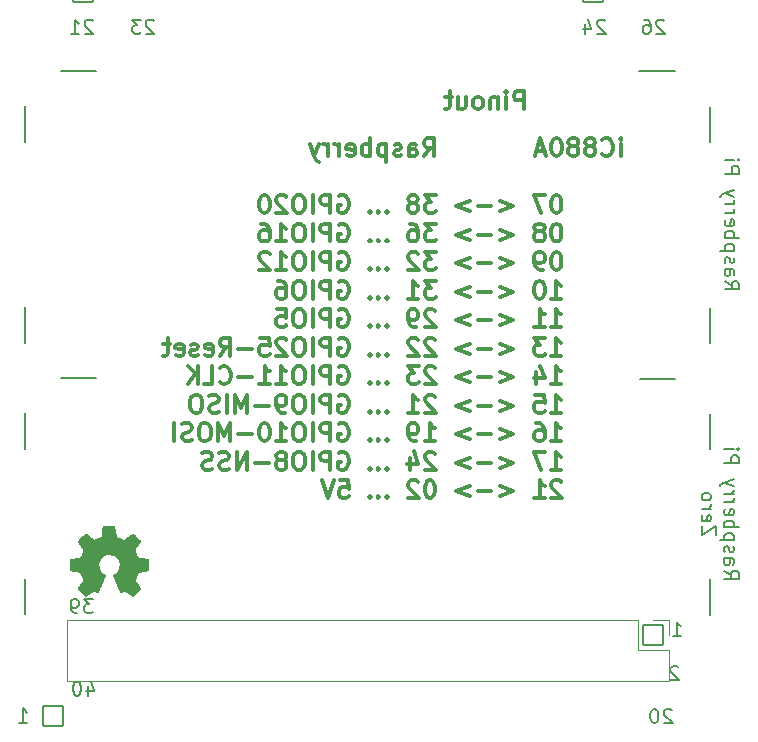
<source format=gbo>
G04 #@! TF.GenerationSoftware,KiCad,Pcbnew,(6.0.10)*
G04 #@! TF.CreationDate,2023-02-13T10:30:41+01:00*
G04 #@! TF.ProjectId,iC880A_Adapter_V1.1,69433838-3041-45f4-9164-61707465725f,rev?*
G04 #@! TF.SameCoordinates,Original*
G04 #@! TF.FileFunction,Legend,Bot*
G04 #@! TF.FilePolarity,Positive*
%FSLAX46Y46*%
G04 Gerber Fmt 4.6, Leading zero omitted, Abs format (unit mm)*
G04 Created by KiCad (PCBNEW (6.0.10)) date 2023-02-13 10:30:41*
%MOMM*%
%LPD*%
G01*
G04 APERTURE LIST*
G04 Aperture macros list*
%AMRoundRect*
0 Rectangle with rounded corners*
0 $1 Rounding radius*
0 $2 $3 $4 $5 $6 $7 $8 $9 X,Y pos of 4 corners*
0 Add a 4 corners polygon primitive as box body*
4,1,4,$2,$3,$4,$5,$6,$7,$8,$9,$2,$3,0*
0 Add four circle primitives for the rounded corners*
1,1,$1+$1,$2,$3*
1,1,$1+$1,$4,$5*
1,1,$1+$1,$6,$7*
1,1,$1+$1,$8,$9*
0 Add four rect primitives between the rounded corners*
20,1,$1+$1,$2,$3,$4,$5,0*
20,1,$1+$1,$4,$5,$6,$7,0*
20,1,$1+$1,$6,$7,$8,$9,0*
20,1,$1+$1,$8,$9,$2,$3,0*%
G04 Aperture macros list end*
%ADD10C,0.200000*%
%ADD11C,0.300000*%
%ADD12C,0.120000*%
%ADD13C,0.010000*%
%ADD14RoundRect,0.051000X0.850000X-0.850000X0.850000X0.850000X-0.850000X0.850000X-0.850000X-0.850000X0*%
%ADD15O,1.802000X1.802000*%
%ADD16C,4.802000*%
G04 APERTURE END LIST*
D10*
X137434000Y-140191000D02*
X137434000Y-143191000D01*
X82450000Y-163150000D02*
X85450000Y-163150000D01*
X79450000Y-140150000D02*
X79450000Y-143150000D01*
X79450000Y-166150000D02*
X79450000Y-169150000D01*
X79450000Y-160150000D02*
X79450000Y-157150000D01*
X137434000Y-160191000D02*
X137434000Y-157191000D01*
X137434000Y-183191000D02*
X137434000Y-180191000D01*
X134454000Y-163201000D02*
X131454000Y-163201000D01*
X82434000Y-137191000D02*
X85434000Y-137191000D01*
X134434000Y-137191000D02*
X131434000Y-137191000D01*
X137434000Y-166191000D02*
X137434000Y-169191000D01*
X79450000Y-183150000D02*
X79450000Y-180150000D01*
X85151348Y-181849537D02*
X84408491Y-181849537D01*
X84808491Y-182306680D01*
X84637062Y-182306680D01*
X84522777Y-182363822D01*
X84465634Y-182420965D01*
X84408491Y-182535251D01*
X84408491Y-182820965D01*
X84465634Y-182935251D01*
X84522777Y-182992394D01*
X84637062Y-183049537D01*
X84979920Y-183049537D01*
X85094205Y-182992394D01*
X85151348Y-182935251D01*
X83837062Y-183049537D02*
X83608491Y-183049537D01*
X83494205Y-182992394D01*
X83437062Y-182935251D01*
X83322777Y-182763822D01*
X83265634Y-182535251D01*
X83265634Y-182078108D01*
X83322777Y-181963822D01*
X83379920Y-181906680D01*
X83494205Y-181849537D01*
X83722777Y-181849537D01*
X83837062Y-181906680D01*
X83894205Y-181963822D01*
X83951348Y-182078108D01*
X83951348Y-182363822D01*
X83894205Y-182478108D01*
X83837062Y-182535251D01*
X83722777Y-182592394D01*
X83494205Y-182592394D01*
X83379920Y-182535251D01*
X83322777Y-182478108D01*
X83265634Y-182363822D01*
X78925062Y-192329537D02*
X79610777Y-192329537D01*
X79267920Y-192329537D02*
X79267920Y-191129537D01*
X79382205Y-191300965D01*
X79496491Y-191415251D01*
X79610777Y-191472394D01*
X134182205Y-191287142D02*
X134125062Y-191230000D01*
X134010777Y-191172857D01*
X133725062Y-191172857D01*
X133610777Y-191230000D01*
X133553634Y-191287142D01*
X133496491Y-191401428D01*
X133496491Y-191515714D01*
X133553634Y-191687142D01*
X134239348Y-192372857D01*
X133496491Y-192372857D01*
X132753634Y-191172857D02*
X132639348Y-191172857D01*
X132525062Y-191230000D01*
X132467920Y-191287142D01*
X132410777Y-191401428D01*
X132353634Y-191630000D01*
X132353634Y-191915714D01*
X132410777Y-192144285D01*
X132467920Y-192258571D01*
X132525062Y-192315714D01*
X132639348Y-192372857D01*
X132753634Y-192372857D01*
X132867920Y-192315714D01*
X132925062Y-192258571D01*
X132982205Y-192144285D01*
X133039348Y-191915714D01*
X133039348Y-191630000D01*
X132982205Y-191401428D01*
X132925062Y-191287142D01*
X132867920Y-191230000D01*
X132753634Y-191172857D01*
X85145785Y-132920742D02*
X85088642Y-132863600D01*
X84974357Y-132806457D01*
X84688642Y-132806457D01*
X84574357Y-132863600D01*
X84517214Y-132920742D01*
X84460071Y-133035028D01*
X84460071Y-133149314D01*
X84517214Y-133320742D01*
X85202928Y-134006457D01*
X84460071Y-134006457D01*
X83317214Y-134006457D02*
X84002928Y-134006457D01*
X83660071Y-134006457D02*
X83660071Y-132806457D01*
X83774357Y-132977885D01*
X83888642Y-133092171D01*
X84002928Y-133149314D01*
X90314685Y-132920742D02*
X90257542Y-132863600D01*
X90143257Y-132806457D01*
X89857542Y-132806457D01*
X89743257Y-132863600D01*
X89686114Y-132920742D01*
X89628971Y-133035028D01*
X89628971Y-133149314D01*
X89686114Y-133320742D01*
X90371828Y-134006457D01*
X89628971Y-134006457D01*
X89228971Y-132806457D02*
X88486114Y-132806457D01*
X88886114Y-133263600D01*
X88714685Y-133263600D01*
X88600400Y-133320742D01*
X88543257Y-133377885D01*
X88486114Y-133492171D01*
X88486114Y-133777885D01*
X88543257Y-133892171D01*
X88600400Y-133949314D01*
X88714685Y-134006457D01*
X89057542Y-134006457D01*
X89171828Y-133949314D01*
X89228971Y-133892171D01*
X128516285Y-132918142D02*
X128459142Y-132861000D01*
X128344857Y-132803857D01*
X128059142Y-132803857D01*
X127944857Y-132861000D01*
X127887714Y-132918142D01*
X127830571Y-133032428D01*
X127830571Y-133146714D01*
X127887714Y-133318142D01*
X128573428Y-134003857D01*
X127830571Y-134003857D01*
X126802000Y-133203857D02*
X126802000Y-134003857D01*
X127087714Y-132746714D02*
X127373428Y-133603857D01*
X126630571Y-133603857D01*
X133528285Y-132918142D02*
X133471142Y-132861000D01*
X133356857Y-132803857D01*
X133071142Y-132803857D01*
X132956857Y-132861000D01*
X132899714Y-132918142D01*
X132842571Y-133032428D01*
X132842571Y-133146714D01*
X132899714Y-133318142D01*
X133585428Y-134003857D01*
X132842571Y-134003857D01*
X131814000Y-132803857D02*
X132042571Y-132803857D01*
X132156857Y-132861000D01*
X132214000Y-132918142D01*
X132328285Y-133089571D01*
X132385428Y-133318142D01*
X132385428Y-133775285D01*
X132328285Y-133889571D01*
X132271142Y-133946714D01*
X132156857Y-134003857D01*
X131928285Y-134003857D01*
X131814000Y-133946714D01*
X131756857Y-133889571D01*
X131699714Y-133775285D01*
X131699714Y-133489571D01*
X131756857Y-133375285D01*
X131814000Y-133318142D01*
X131928285Y-133261000D01*
X132156857Y-133261000D01*
X132271142Y-133318142D01*
X132328285Y-133375285D01*
X132385428Y-133489571D01*
X134722777Y-187635822D02*
X134665634Y-187578680D01*
X134551348Y-187521537D01*
X134265634Y-187521537D01*
X134151348Y-187578680D01*
X134094205Y-187635822D01*
X134037062Y-187750108D01*
X134037062Y-187864394D01*
X134094205Y-188035822D01*
X134779920Y-188721537D01*
X134037062Y-188721537D01*
X84722777Y-189249537D02*
X84722777Y-190049537D01*
X85008491Y-188792394D02*
X85294205Y-189649537D01*
X84551348Y-189649537D01*
X83865634Y-188849537D02*
X83751348Y-188849537D01*
X83637062Y-188906680D01*
X83579920Y-188963822D01*
X83522777Y-189078108D01*
X83465634Y-189306680D01*
X83465634Y-189592394D01*
X83522777Y-189820965D01*
X83579920Y-189935251D01*
X83637062Y-189992394D01*
X83751348Y-190049537D01*
X83865634Y-190049537D01*
X83979920Y-189992394D01*
X84037062Y-189935251D01*
X84094205Y-189820965D01*
X84151348Y-189592394D01*
X84151348Y-189306680D01*
X84094205Y-189078108D01*
X84037062Y-188963822D01*
X83979920Y-188906680D01*
X83865634Y-188849537D01*
D11*
X121648285Y-140369571D02*
X121648285Y-138869571D01*
X121076857Y-138869571D01*
X120934000Y-138941000D01*
X120862571Y-139012428D01*
X120791142Y-139155285D01*
X120791142Y-139369571D01*
X120862571Y-139512428D01*
X120934000Y-139583857D01*
X121076857Y-139655285D01*
X121648285Y-139655285D01*
X120148285Y-140369571D02*
X120148285Y-139369571D01*
X120148285Y-138869571D02*
X120219714Y-138941000D01*
X120148285Y-139012428D01*
X120076857Y-138941000D01*
X120148285Y-138869571D01*
X120148285Y-139012428D01*
X119434000Y-139369571D02*
X119434000Y-140369571D01*
X119434000Y-139512428D02*
X119362571Y-139441000D01*
X119219714Y-139369571D01*
X119005428Y-139369571D01*
X118862571Y-139441000D01*
X118791142Y-139583857D01*
X118791142Y-140369571D01*
X117862571Y-140369571D02*
X118005428Y-140298142D01*
X118076857Y-140226714D01*
X118148285Y-140083857D01*
X118148285Y-139655285D01*
X118076857Y-139512428D01*
X118005428Y-139441000D01*
X117862571Y-139369571D01*
X117648285Y-139369571D01*
X117505428Y-139441000D01*
X117434000Y-139512428D01*
X117362571Y-139655285D01*
X117362571Y-140083857D01*
X117434000Y-140226714D01*
X117505428Y-140298142D01*
X117648285Y-140369571D01*
X117862571Y-140369571D01*
X116076857Y-139369571D02*
X116076857Y-140369571D01*
X116719714Y-139369571D02*
X116719714Y-140155285D01*
X116648285Y-140298142D01*
X116505428Y-140369571D01*
X116291142Y-140369571D01*
X116148285Y-140298142D01*
X116076857Y-140226714D01*
X115576857Y-139369571D02*
X115005428Y-139369571D01*
X115362571Y-138869571D02*
X115362571Y-140155285D01*
X115291142Y-140298142D01*
X115148285Y-140369571D01*
X115005428Y-140369571D01*
X124478142Y-147675571D02*
X124335285Y-147675571D01*
X124192428Y-147747000D01*
X124121000Y-147818428D01*
X124049571Y-147961285D01*
X123978142Y-148247000D01*
X123978142Y-148604142D01*
X124049571Y-148889857D01*
X124121000Y-149032714D01*
X124192428Y-149104142D01*
X124335285Y-149175571D01*
X124478142Y-149175571D01*
X124621000Y-149104142D01*
X124692428Y-149032714D01*
X124763857Y-148889857D01*
X124835285Y-148604142D01*
X124835285Y-148247000D01*
X124763857Y-147961285D01*
X124692428Y-147818428D01*
X124621000Y-147747000D01*
X124478142Y-147675571D01*
X123478142Y-147675571D02*
X122478142Y-147675571D01*
X123121000Y-149175571D01*
X119621000Y-148175571D02*
X120763857Y-148604142D01*
X119621000Y-149032714D01*
X118906714Y-148604142D02*
X117763857Y-148604142D01*
X117049571Y-148175571D02*
X115906714Y-148604142D01*
X117049571Y-149032714D01*
X114192428Y-147675571D02*
X113263857Y-147675571D01*
X113763857Y-148247000D01*
X113549571Y-148247000D01*
X113406714Y-148318428D01*
X113335285Y-148389857D01*
X113263857Y-148532714D01*
X113263857Y-148889857D01*
X113335285Y-149032714D01*
X113406714Y-149104142D01*
X113549571Y-149175571D01*
X113978142Y-149175571D01*
X114121000Y-149104142D01*
X114192428Y-149032714D01*
X112406714Y-148318428D02*
X112549571Y-148247000D01*
X112621000Y-148175571D01*
X112692428Y-148032714D01*
X112692428Y-147961285D01*
X112621000Y-147818428D01*
X112549571Y-147747000D01*
X112406714Y-147675571D01*
X112121000Y-147675571D01*
X111978142Y-147747000D01*
X111906714Y-147818428D01*
X111835285Y-147961285D01*
X111835285Y-148032714D01*
X111906714Y-148175571D01*
X111978142Y-148247000D01*
X112121000Y-148318428D01*
X112406714Y-148318428D01*
X112549571Y-148389857D01*
X112621000Y-148461285D01*
X112692428Y-148604142D01*
X112692428Y-148889857D01*
X112621000Y-149032714D01*
X112549571Y-149104142D01*
X112406714Y-149175571D01*
X112121000Y-149175571D01*
X111978142Y-149104142D01*
X111906714Y-149032714D01*
X111835285Y-148889857D01*
X111835285Y-148604142D01*
X111906714Y-148461285D01*
X111978142Y-148389857D01*
X112121000Y-148318428D01*
X110049571Y-149032714D02*
X109978142Y-149104142D01*
X110049571Y-149175571D01*
X110121000Y-149104142D01*
X110049571Y-149032714D01*
X110049571Y-149175571D01*
X109335285Y-149032714D02*
X109263857Y-149104142D01*
X109335285Y-149175571D01*
X109406714Y-149104142D01*
X109335285Y-149032714D01*
X109335285Y-149175571D01*
X108621000Y-149032714D02*
X108549571Y-149104142D01*
X108621000Y-149175571D01*
X108692428Y-149104142D01*
X108621000Y-149032714D01*
X108621000Y-149175571D01*
X105978142Y-147747000D02*
X106121000Y-147675571D01*
X106335285Y-147675571D01*
X106549571Y-147747000D01*
X106692428Y-147889857D01*
X106763857Y-148032714D01*
X106835285Y-148318428D01*
X106835285Y-148532714D01*
X106763857Y-148818428D01*
X106692428Y-148961285D01*
X106549571Y-149104142D01*
X106335285Y-149175571D01*
X106192428Y-149175571D01*
X105978142Y-149104142D01*
X105906714Y-149032714D01*
X105906714Y-148532714D01*
X106192428Y-148532714D01*
X105263857Y-149175571D02*
X105263857Y-147675571D01*
X104692428Y-147675571D01*
X104549571Y-147747000D01*
X104478142Y-147818428D01*
X104406714Y-147961285D01*
X104406714Y-148175571D01*
X104478142Y-148318428D01*
X104549571Y-148389857D01*
X104692428Y-148461285D01*
X105263857Y-148461285D01*
X103763857Y-149175571D02*
X103763857Y-147675571D01*
X102763857Y-147675571D02*
X102478142Y-147675571D01*
X102335285Y-147747000D01*
X102192428Y-147889857D01*
X102121000Y-148175571D01*
X102121000Y-148675571D01*
X102192428Y-148961285D01*
X102335285Y-149104142D01*
X102478142Y-149175571D01*
X102763857Y-149175571D01*
X102906714Y-149104142D01*
X103049571Y-148961285D01*
X103121000Y-148675571D01*
X103121000Y-148175571D01*
X103049571Y-147889857D01*
X102906714Y-147747000D01*
X102763857Y-147675571D01*
X101549571Y-147818428D02*
X101478142Y-147747000D01*
X101335285Y-147675571D01*
X100978142Y-147675571D01*
X100835285Y-147747000D01*
X100763857Y-147818428D01*
X100692428Y-147961285D01*
X100692428Y-148104142D01*
X100763857Y-148318428D01*
X101621000Y-149175571D01*
X100692428Y-149175571D01*
X99763857Y-147675571D02*
X99621000Y-147675571D01*
X99478142Y-147747000D01*
X99406714Y-147818428D01*
X99335285Y-147961285D01*
X99263857Y-148247000D01*
X99263857Y-148604142D01*
X99335285Y-148889857D01*
X99406714Y-149032714D01*
X99478142Y-149104142D01*
X99621000Y-149175571D01*
X99763857Y-149175571D01*
X99906714Y-149104142D01*
X99978142Y-149032714D01*
X100049571Y-148889857D01*
X100121000Y-148604142D01*
X100121000Y-148247000D01*
X100049571Y-147961285D01*
X99978142Y-147818428D01*
X99906714Y-147747000D01*
X99763857Y-147675571D01*
X124478142Y-150090571D02*
X124335285Y-150090571D01*
X124192428Y-150162000D01*
X124121000Y-150233428D01*
X124049571Y-150376285D01*
X123978142Y-150662000D01*
X123978142Y-151019142D01*
X124049571Y-151304857D01*
X124121000Y-151447714D01*
X124192428Y-151519142D01*
X124335285Y-151590571D01*
X124478142Y-151590571D01*
X124621000Y-151519142D01*
X124692428Y-151447714D01*
X124763857Y-151304857D01*
X124835285Y-151019142D01*
X124835285Y-150662000D01*
X124763857Y-150376285D01*
X124692428Y-150233428D01*
X124621000Y-150162000D01*
X124478142Y-150090571D01*
X123121000Y-150733428D02*
X123263857Y-150662000D01*
X123335285Y-150590571D01*
X123406714Y-150447714D01*
X123406714Y-150376285D01*
X123335285Y-150233428D01*
X123263857Y-150162000D01*
X123121000Y-150090571D01*
X122835285Y-150090571D01*
X122692428Y-150162000D01*
X122621000Y-150233428D01*
X122549571Y-150376285D01*
X122549571Y-150447714D01*
X122621000Y-150590571D01*
X122692428Y-150662000D01*
X122835285Y-150733428D01*
X123121000Y-150733428D01*
X123263857Y-150804857D01*
X123335285Y-150876285D01*
X123406714Y-151019142D01*
X123406714Y-151304857D01*
X123335285Y-151447714D01*
X123263857Y-151519142D01*
X123121000Y-151590571D01*
X122835285Y-151590571D01*
X122692428Y-151519142D01*
X122621000Y-151447714D01*
X122549571Y-151304857D01*
X122549571Y-151019142D01*
X122621000Y-150876285D01*
X122692428Y-150804857D01*
X122835285Y-150733428D01*
X119621000Y-150590571D02*
X120763857Y-151019142D01*
X119621000Y-151447714D01*
X118906714Y-151019142D02*
X117763857Y-151019142D01*
X117049571Y-150590571D02*
X115906714Y-151019142D01*
X117049571Y-151447714D01*
X114192428Y-150090571D02*
X113263857Y-150090571D01*
X113763857Y-150662000D01*
X113549571Y-150662000D01*
X113406714Y-150733428D01*
X113335285Y-150804857D01*
X113263857Y-150947714D01*
X113263857Y-151304857D01*
X113335285Y-151447714D01*
X113406714Y-151519142D01*
X113549571Y-151590571D01*
X113978142Y-151590571D01*
X114121000Y-151519142D01*
X114192428Y-151447714D01*
X111978142Y-150090571D02*
X112263857Y-150090571D01*
X112406714Y-150162000D01*
X112478142Y-150233428D01*
X112621000Y-150447714D01*
X112692428Y-150733428D01*
X112692428Y-151304857D01*
X112621000Y-151447714D01*
X112549571Y-151519142D01*
X112406714Y-151590571D01*
X112121000Y-151590571D01*
X111978142Y-151519142D01*
X111906714Y-151447714D01*
X111835285Y-151304857D01*
X111835285Y-150947714D01*
X111906714Y-150804857D01*
X111978142Y-150733428D01*
X112121000Y-150662000D01*
X112406714Y-150662000D01*
X112549571Y-150733428D01*
X112621000Y-150804857D01*
X112692428Y-150947714D01*
X110049571Y-151447714D02*
X109978142Y-151519142D01*
X110049571Y-151590571D01*
X110121000Y-151519142D01*
X110049571Y-151447714D01*
X110049571Y-151590571D01*
X109335285Y-151447714D02*
X109263857Y-151519142D01*
X109335285Y-151590571D01*
X109406714Y-151519142D01*
X109335285Y-151447714D01*
X109335285Y-151590571D01*
X108621000Y-151447714D02*
X108549571Y-151519142D01*
X108621000Y-151590571D01*
X108692428Y-151519142D01*
X108621000Y-151447714D01*
X108621000Y-151590571D01*
X105978142Y-150162000D02*
X106121000Y-150090571D01*
X106335285Y-150090571D01*
X106549571Y-150162000D01*
X106692428Y-150304857D01*
X106763857Y-150447714D01*
X106835285Y-150733428D01*
X106835285Y-150947714D01*
X106763857Y-151233428D01*
X106692428Y-151376285D01*
X106549571Y-151519142D01*
X106335285Y-151590571D01*
X106192428Y-151590571D01*
X105978142Y-151519142D01*
X105906714Y-151447714D01*
X105906714Y-150947714D01*
X106192428Y-150947714D01*
X105263857Y-151590571D02*
X105263857Y-150090571D01*
X104692428Y-150090571D01*
X104549571Y-150162000D01*
X104478142Y-150233428D01*
X104406714Y-150376285D01*
X104406714Y-150590571D01*
X104478142Y-150733428D01*
X104549571Y-150804857D01*
X104692428Y-150876285D01*
X105263857Y-150876285D01*
X103763857Y-151590571D02*
X103763857Y-150090571D01*
X102763857Y-150090571D02*
X102478142Y-150090571D01*
X102335285Y-150162000D01*
X102192428Y-150304857D01*
X102121000Y-150590571D01*
X102121000Y-151090571D01*
X102192428Y-151376285D01*
X102335285Y-151519142D01*
X102478142Y-151590571D01*
X102763857Y-151590571D01*
X102906714Y-151519142D01*
X103049571Y-151376285D01*
X103121000Y-151090571D01*
X103121000Y-150590571D01*
X103049571Y-150304857D01*
X102906714Y-150162000D01*
X102763857Y-150090571D01*
X100692428Y-151590571D02*
X101549571Y-151590571D01*
X101121000Y-151590571D02*
X101121000Y-150090571D01*
X101263857Y-150304857D01*
X101406714Y-150447714D01*
X101549571Y-150519142D01*
X99406714Y-150090571D02*
X99692428Y-150090571D01*
X99835285Y-150162000D01*
X99906714Y-150233428D01*
X100049571Y-150447714D01*
X100121000Y-150733428D01*
X100121000Y-151304857D01*
X100049571Y-151447714D01*
X99978142Y-151519142D01*
X99835285Y-151590571D01*
X99549571Y-151590571D01*
X99406714Y-151519142D01*
X99335285Y-151447714D01*
X99263857Y-151304857D01*
X99263857Y-150947714D01*
X99335285Y-150804857D01*
X99406714Y-150733428D01*
X99549571Y-150662000D01*
X99835285Y-150662000D01*
X99978142Y-150733428D01*
X100049571Y-150804857D01*
X100121000Y-150947714D01*
X124478142Y-152505571D02*
X124335285Y-152505571D01*
X124192428Y-152577000D01*
X124121000Y-152648428D01*
X124049571Y-152791285D01*
X123978142Y-153077000D01*
X123978142Y-153434142D01*
X124049571Y-153719857D01*
X124121000Y-153862714D01*
X124192428Y-153934142D01*
X124335285Y-154005571D01*
X124478142Y-154005571D01*
X124621000Y-153934142D01*
X124692428Y-153862714D01*
X124763857Y-153719857D01*
X124835285Y-153434142D01*
X124835285Y-153077000D01*
X124763857Y-152791285D01*
X124692428Y-152648428D01*
X124621000Y-152577000D01*
X124478142Y-152505571D01*
X123263857Y-154005571D02*
X122978142Y-154005571D01*
X122835285Y-153934142D01*
X122763857Y-153862714D01*
X122621000Y-153648428D01*
X122549571Y-153362714D01*
X122549571Y-152791285D01*
X122621000Y-152648428D01*
X122692428Y-152577000D01*
X122835285Y-152505571D01*
X123121000Y-152505571D01*
X123263857Y-152577000D01*
X123335285Y-152648428D01*
X123406714Y-152791285D01*
X123406714Y-153148428D01*
X123335285Y-153291285D01*
X123263857Y-153362714D01*
X123121000Y-153434142D01*
X122835285Y-153434142D01*
X122692428Y-153362714D01*
X122621000Y-153291285D01*
X122549571Y-153148428D01*
X119621000Y-153005571D02*
X120763857Y-153434142D01*
X119621000Y-153862714D01*
X118906714Y-153434142D02*
X117763857Y-153434142D01*
X117049571Y-153005571D02*
X115906714Y-153434142D01*
X117049571Y-153862714D01*
X114192428Y-152505571D02*
X113263857Y-152505571D01*
X113763857Y-153077000D01*
X113549571Y-153077000D01*
X113406714Y-153148428D01*
X113335285Y-153219857D01*
X113263857Y-153362714D01*
X113263857Y-153719857D01*
X113335285Y-153862714D01*
X113406714Y-153934142D01*
X113549571Y-154005571D01*
X113978142Y-154005571D01*
X114121000Y-153934142D01*
X114192428Y-153862714D01*
X112692428Y-152648428D02*
X112621000Y-152577000D01*
X112478142Y-152505571D01*
X112121000Y-152505571D01*
X111978142Y-152577000D01*
X111906714Y-152648428D01*
X111835285Y-152791285D01*
X111835285Y-152934142D01*
X111906714Y-153148428D01*
X112763857Y-154005571D01*
X111835285Y-154005571D01*
X110049571Y-153862714D02*
X109978142Y-153934142D01*
X110049571Y-154005571D01*
X110121000Y-153934142D01*
X110049571Y-153862714D01*
X110049571Y-154005571D01*
X109335285Y-153862714D02*
X109263857Y-153934142D01*
X109335285Y-154005571D01*
X109406714Y-153934142D01*
X109335285Y-153862714D01*
X109335285Y-154005571D01*
X108621000Y-153862714D02*
X108549571Y-153934142D01*
X108621000Y-154005571D01*
X108692428Y-153934142D01*
X108621000Y-153862714D01*
X108621000Y-154005571D01*
X105978142Y-152577000D02*
X106121000Y-152505571D01*
X106335285Y-152505571D01*
X106549571Y-152577000D01*
X106692428Y-152719857D01*
X106763857Y-152862714D01*
X106835285Y-153148428D01*
X106835285Y-153362714D01*
X106763857Y-153648428D01*
X106692428Y-153791285D01*
X106549571Y-153934142D01*
X106335285Y-154005571D01*
X106192428Y-154005571D01*
X105978142Y-153934142D01*
X105906714Y-153862714D01*
X105906714Y-153362714D01*
X106192428Y-153362714D01*
X105263857Y-154005571D02*
X105263857Y-152505571D01*
X104692428Y-152505571D01*
X104549571Y-152577000D01*
X104478142Y-152648428D01*
X104406714Y-152791285D01*
X104406714Y-153005571D01*
X104478142Y-153148428D01*
X104549571Y-153219857D01*
X104692428Y-153291285D01*
X105263857Y-153291285D01*
X103763857Y-154005571D02*
X103763857Y-152505571D01*
X102763857Y-152505571D02*
X102478142Y-152505571D01*
X102335285Y-152577000D01*
X102192428Y-152719857D01*
X102121000Y-153005571D01*
X102121000Y-153505571D01*
X102192428Y-153791285D01*
X102335285Y-153934142D01*
X102478142Y-154005571D01*
X102763857Y-154005571D01*
X102906714Y-153934142D01*
X103049571Y-153791285D01*
X103121000Y-153505571D01*
X103121000Y-153005571D01*
X103049571Y-152719857D01*
X102906714Y-152577000D01*
X102763857Y-152505571D01*
X100692428Y-154005571D02*
X101549571Y-154005571D01*
X101121000Y-154005571D02*
X101121000Y-152505571D01*
X101263857Y-152719857D01*
X101406714Y-152862714D01*
X101549571Y-152934142D01*
X100121000Y-152648428D02*
X100049571Y-152577000D01*
X99906714Y-152505571D01*
X99549571Y-152505571D01*
X99406714Y-152577000D01*
X99335285Y-152648428D01*
X99263857Y-152791285D01*
X99263857Y-152934142D01*
X99335285Y-153148428D01*
X100192428Y-154005571D01*
X99263857Y-154005571D01*
X123978142Y-156420571D02*
X124835285Y-156420571D01*
X124406714Y-156420571D02*
X124406714Y-154920571D01*
X124549571Y-155134857D01*
X124692428Y-155277714D01*
X124835285Y-155349142D01*
X123049571Y-154920571D02*
X122906714Y-154920571D01*
X122763857Y-154992000D01*
X122692428Y-155063428D01*
X122621000Y-155206285D01*
X122549571Y-155492000D01*
X122549571Y-155849142D01*
X122621000Y-156134857D01*
X122692428Y-156277714D01*
X122763857Y-156349142D01*
X122906714Y-156420571D01*
X123049571Y-156420571D01*
X123192428Y-156349142D01*
X123263857Y-156277714D01*
X123335285Y-156134857D01*
X123406714Y-155849142D01*
X123406714Y-155492000D01*
X123335285Y-155206285D01*
X123263857Y-155063428D01*
X123192428Y-154992000D01*
X123049571Y-154920571D01*
X119621000Y-155420571D02*
X120763857Y-155849142D01*
X119621000Y-156277714D01*
X118906714Y-155849142D02*
X117763857Y-155849142D01*
X117049571Y-155420571D02*
X115906714Y-155849142D01*
X117049571Y-156277714D01*
X114192428Y-154920571D02*
X113263857Y-154920571D01*
X113763857Y-155492000D01*
X113549571Y-155492000D01*
X113406714Y-155563428D01*
X113335285Y-155634857D01*
X113263857Y-155777714D01*
X113263857Y-156134857D01*
X113335285Y-156277714D01*
X113406714Y-156349142D01*
X113549571Y-156420571D01*
X113978142Y-156420571D01*
X114121000Y-156349142D01*
X114192428Y-156277714D01*
X111835285Y-156420571D02*
X112692428Y-156420571D01*
X112263857Y-156420571D02*
X112263857Y-154920571D01*
X112406714Y-155134857D01*
X112549571Y-155277714D01*
X112692428Y-155349142D01*
X110049571Y-156277714D02*
X109978142Y-156349142D01*
X110049571Y-156420571D01*
X110121000Y-156349142D01*
X110049571Y-156277714D01*
X110049571Y-156420571D01*
X109335285Y-156277714D02*
X109263857Y-156349142D01*
X109335285Y-156420571D01*
X109406714Y-156349142D01*
X109335285Y-156277714D01*
X109335285Y-156420571D01*
X108621000Y-156277714D02*
X108549571Y-156349142D01*
X108621000Y-156420571D01*
X108692428Y-156349142D01*
X108621000Y-156277714D01*
X108621000Y-156420571D01*
X105978142Y-154992000D02*
X106121000Y-154920571D01*
X106335285Y-154920571D01*
X106549571Y-154992000D01*
X106692428Y-155134857D01*
X106763857Y-155277714D01*
X106835285Y-155563428D01*
X106835285Y-155777714D01*
X106763857Y-156063428D01*
X106692428Y-156206285D01*
X106549571Y-156349142D01*
X106335285Y-156420571D01*
X106192428Y-156420571D01*
X105978142Y-156349142D01*
X105906714Y-156277714D01*
X105906714Y-155777714D01*
X106192428Y-155777714D01*
X105263857Y-156420571D02*
X105263857Y-154920571D01*
X104692428Y-154920571D01*
X104549571Y-154992000D01*
X104478142Y-155063428D01*
X104406714Y-155206285D01*
X104406714Y-155420571D01*
X104478142Y-155563428D01*
X104549571Y-155634857D01*
X104692428Y-155706285D01*
X105263857Y-155706285D01*
X103763857Y-156420571D02*
X103763857Y-154920571D01*
X102763857Y-154920571D02*
X102478142Y-154920571D01*
X102335285Y-154992000D01*
X102192428Y-155134857D01*
X102121000Y-155420571D01*
X102121000Y-155920571D01*
X102192428Y-156206285D01*
X102335285Y-156349142D01*
X102478142Y-156420571D01*
X102763857Y-156420571D01*
X102906714Y-156349142D01*
X103049571Y-156206285D01*
X103121000Y-155920571D01*
X103121000Y-155420571D01*
X103049571Y-155134857D01*
X102906714Y-154992000D01*
X102763857Y-154920571D01*
X100835285Y-154920571D02*
X101121000Y-154920571D01*
X101263857Y-154992000D01*
X101335285Y-155063428D01*
X101478142Y-155277714D01*
X101549571Y-155563428D01*
X101549571Y-156134857D01*
X101478142Y-156277714D01*
X101406714Y-156349142D01*
X101263857Y-156420571D01*
X100978142Y-156420571D01*
X100835285Y-156349142D01*
X100763857Y-156277714D01*
X100692428Y-156134857D01*
X100692428Y-155777714D01*
X100763857Y-155634857D01*
X100835285Y-155563428D01*
X100978142Y-155492000D01*
X101263857Y-155492000D01*
X101406714Y-155563428D01*
X101478142Y-155634857D01*
X101549571Y-155777714D01*
X123978142Y-158835571D02*
X124835285Y-158835571D01*
X124406714Y-158835571D02*
X124406714Y-157335571D01*
X124549571Y-157549857D01*
X124692428Y-157692714D01*
X124835285Y-157764142D01*
X122549571Y-158835571D02*
X123406714Y-158835571D01*
X122978142Y-158835571D02*
X122978142Y-157335571D01*
X123121000Y-157549857D01*
X123263857Y-157692714D01*
X123406714Y-157764142D01*
X119621000Y-157835571D02*
X120763857Y-158264142D01*
X119621000Y-158692714D01*
X118906714Y-158264142D02*
X117763857Y-158264142D01*
X117049571Y-157835571D02*
X115906714Y-158264142D01*
X117049571Y-158692714D01*
X114121000Y-157478428D02*
X114049571Y-157407000D01*
X113906714Y-157335571D01*
X113549571Y-157335571D01*
X113406714Y-157407000D01*
X113335285Y-157478428D01*
X113263857Y-157621285D01*
X113263857Y-157764142D01*
X113335285Y-157978428D01*
X114192428Y-158835571D01*
X113263857Y-158835571D01*
X112549571Y-158835571D02*
X112263857Y-158835571D01*
X112121000Y-158764142D01*
X112049571Y-158692714D01*
X111906714Y-158478428D01*
X111835285Y-158192714D01*
X111835285Y-157621285D01*
X111906714Y-157478428D01*
X111978142Y-157407000D01*
X112121000Y-157335571D01*
X112406714Y-157335571D01*
X112549571Y-157407000D01*
X112621000Y-157478428D01*
X112692428Y-157621285D01*
X112692428Y-157978428D01*
X112621000Y-158121285D01*
X112549571Y-158192714D01*
X112406714Y-158264142D01*
X112121000Y-158264142D01*
X111978142Y-158192714D01*
X111906714Y-158121285D01*
X111835285Y-157978428D01*
X110049571Y-158692714D02*
X109978142Y-158764142D01*
X110049571Y-158835571D01*
X110121000Y-158764142D01*
X110049571Y-158692714D01*
X110049571Y-158835571D01*
X109335285Y-158692714D02*
X109263857Y-158764142D01*
X109335285Y-158835571D01*
X109406714Y-158764142D01*
X109335285Y-158692714D01*
X109335285Y-158835571D01*
X108621000Y-158692714D02*
X108549571Y-158764142D01*
X108621000Y-158835571D01*
X108692428Y-158764142D01*
X108621000Y-158692714D01*
X108621000Y-158835571D01*
X105978142Y-157407000D02*
X106121000Y-157335571D01*
X106335285Y-157335571D01*
X106549571Y-157407000D01*
X106692428Y-157549857D01*
X106763857Y-157692714D01*
X106835285Y-157978428D01*
X106835285Y-158192714D01*
X106763857Y-158478428D01*
X106692428Y-158621285D01*
X106549571Y-158764142D01*
X106335285Y-158835571D01*
X106192428Y-158835571D01*
X105978142Y-158764142D01*
X105906714Y-158692714D01*
X105906714Y-158192714D01*
X106192428Y-158192714D01*
X105263857Y-158835571D02*
X105263857Y-157335571D01*
X104692428Y-157335571D01*
X104549571Y-157407000D01*
X104478142Y-157478428D01*
X104406714Y-157621285D01*
X104406714Y-157835571D01*
X104478142Y-157978428D01*
X104549571Y-158049857D01*
X104692428Y-158121285D01*
X105263857Y-158121285D01*
X103763857Y-158835571D02*
X103763857Y-157335571D01*
X102763857Y-157335571D02*
X102478142Y-157335571D01*
X102335285Y-157407000D01*
X102192428Y-157549857D01*
X102121000Y-157835571D01*
X102121000Y-158335571D01*
X102192428Y-158621285D01*
X102335285Y-158764142D01*
X102478142Y-158835571D01*
X102763857Y-158835571D01*
X102906714Y-158764142D01*
X103049571Y-158621285D01*
X103121000Y-158335571D01*
X103121000Y-157835571D01*
X103049571Y-157549857D01*
X102906714Y-157407000D01*
X102763857Y-157335571D01*
X100763857Y-157335571D02*
X101478142Y-157335571D01*
X101549571Y-158049857D01*
X101478142Y-157978428D01*
X101335285Y-157907000D01*
X100978142Y-157907000D01*
X100835285Y-157978428D01*
X100763857Y-158049857D01*
X100692428Y-158192714D01*
X100692428Y-158549857D01*
X100763857Y-158692714D01*
X100835285Y-158764142D01*
X100978142Y-158835571D01*
X101335285Y-158835571D01*
X101478142Y-158764142D01*
X101549571Y-158692714D01*
X123978142Y-161250571D02*
X124835285Y-161250571D01*
X124406714Y-161250571D02*
X124406714Y-159750571D01*
X124549571Y-159964857D01*
X124692428Y-160107714D01*
X124835285Y-160179142D01*
X123478142Y-159750571D02*
X122549571Y-159750571D01*
X123049571Y-160322000D01*
X122835285Y-160322000D01*
X122692428Y-160393428D01*
X122621000Y-160464857D01*
X122549571Y-160607714D01*
X122549571Y-160964857D01*
X122621000Y-161107714D01*
X122692428Y-161179142D01*
X122835285Y-161250571D01*
X123263857Y-161250571D01*
X123406714Y-161179142D01*
X123478142Y-161107714D01*
X119621000Y-160250571D02*
X120763857Y-160679142D01*
X119621000Y-161107714D01*
X118906714Y-160679142D02*
X117763857Y-160679142D01*
X117049571Y-160250571D02*
X115906714Y-160679142D01*
X117049571Y-161107714D01*
X114121000Y-159893428D02*
X114049571Y-159822000D01*
X113906714Y-159750571D01*
X113549571Y-159750571D01*
X113406714Y-159822000D01*
X113335285Y-159893428D01*
X113263857Y-160036285D01*
X113263857Y-160179142D01*
X113335285Y-160393428D01*
X114192428Y-161250571D01*
X113263857Y-161250571D01*
X112692428Y-159893428D02*
X112621000Y-159822000D01*
X112478142Y-159750571D01*
X112121000Y-159750571D01*
X111978142Y-159822000D01*
X111906714Y-159893428D01*
X111835285Y-160036285D01*
X111835285Y-160179142D01*
X111906714Y-160393428D01*
X112763857Y-161250571D01*
X111835285Y-161250571D01*
X110049571Y-161107714D02*
X109978142Y-161179142D01*
X110049571Y-161250571D01*
X110121000Y-161179142D01*
X110049571Y-161107714D01*
X110049571Y-161250571D01*
X109335285Y-161107714D02*
X109263857Y-161179142D01*
X109335285Y-161250571D01*
X109406714Y-161179142D01*
X109335285Y-161107714D01*
X109335285Y-161250571D01*
X108621000Y-161107714D02*
X108549571Y-161179142D01*
X108621000Y-161250571D01*
X108692428Y-161179142D01*
X108621000Y-161107714D01*
X108621000Y-161250571D01*
X105978142Y-159822000D02*
X106121000Y-159750571D01*
X106335285Y-159750571D01*
X106549571Y-159822000D01*
X106692428Y-159964857D01*
X106763857Y-160107714D01*
X106835285Y-160393428D01*
X106835285Y-160607714D01*
X106763857Y-160893428D01*
X106692428Y-161036285D01*
X106549571Y-161179142D01*
X106335285Y-161250571D01*
X106192428Y-161250571D01*
X105978142Y-161179142D01*
X105906714Y-161107714D01*
X105906714Y-160607714D01*
X106192428Y-160607714D01*
X105263857Y-161250571D02*
X105263857Y-159750571D01*
X104692428Y-159750571D01*
X104549571Y-159822000D01*
X104478142Y-159893428D01*
X104406714Y-160036285D01*
X104406714Y-160250571D01*
X104478142Y-160393428D01*
X104549571Y-160464857D01*
X104692428Y-160536285D01*
X105263857Y-160536285D01*
X103763857Y-161250571D02*
X103763857Y-159750571D01*
X102763857Y-159750571D02*
X102478142Y-159750571D01*
X102335285Y-159822000D01*
X102192428Y-159964857D01*
X102121000Y-160250571D01*
X102121000Y-160750571D01*
X102192428Y-161036285D01*
X102335285Y-161179142D01*
X102478142Y-161250571D01*
X102763857Y-161250571D01*
X102906714Y-161179142D01*
X103049571Y-161036285D01*
X103121000Y-160750571D01*
X103121000Y-160250571D01*
X103049571Y-159964857D01*
X102906714Y-159822000D01*
X102763857Y-159750571D01*
X101549571Y-159893428D02*
X101478142Y-159822000D01*
X101335285Y-159750571D01*
X100978142Y-159750571D01*
X100835285Y-159822000D01*
X100763857Y-159893428D01*
X100692428Y-160036285D01*
X100692428Y-160179142D01*
X100763857Y-160393428D01*
X101621000Y-161250571D01*
X100692428Y-161250571D01*
X99335285Y-159750571D02*
X100049571Y-159750571D01*
X100121000Y-160464857D01*
X100049571Y-160393428D01*
X99906714Y-160322000D01*
X99549571Y-160322000D01*
X99406714Y-160393428D01*
X99335285Y-160464857D01*
X99263857Y-160607714D01*
X99263857Y-160964857D01*
X99335285Y-161107714D01*
X99406714Y-161179142D01*
X99549571Y-161250571D01*
X99906714Y-161250571D01*
X100049571Y-161179142D01*
X100121000Y-161107714D01*
X98621000Y-160679142D02*
X97478142Y-160679142D01*
X95906714Y-161250571D02*
X96406714Y-160536285D01*
X96763857Y-161250571D02*
X96763857Y-159750571D01*
X96192428Y-159750571D01*
X96049571Y-159822000D01*
X95978142Y-159893428D01*
X95906714Y-160036285D01*
X95906714Y-160250571D01*
X95978142Y-160393428D01*
X96049571Y-160464857D01*
X96192428Y-160536285D01*
X96763857Y-160536285D01*
X94692428Y-161179142D02*
X94835285Y-161250571D01*
X95121000Y-161250571D01*
X95263857Y-161179142D01*
X95335285Y-161036285D01*
X95335285Y-160464857D01*
X95263857Y-160322000D01*
X95121000Y-160250571D01*
X94835285Y-160250571D01*
X94692428Y-160322000D01*
X94621000Y-160464857D01*
X94621000Y-160607714D01*
X95335285Y-160750571D01*
X94049571Y-161179142D02*
X93906714Y-161250571D01*
X93621000Y-161250571D01*
X93478142Y-161179142D01*
X93406714Y-161036285D01*
X93406714Y-160964857D01*
X93478142Y-160822000D01*
X93621000Y-160750571D01*
X93835285Y-160750571D01*
X93978142Y-160679142D01*
X94049571Y-160536285D01*
X94049571Y-160464857D01*
X93978142Y-160322000D01*
X93835285Y-160250571D01*
X93621000Y-160250571D01*
X93478142Y-160322000D01*
X92192428Y-161179142D02*
X92335285Y-161250571D01*
X92621000Y-161250571D01*
X92763857Y-161179142D01*
X92835285Y-161036285D01*
X92835285Y-160464857D01*
X92763857Y-160322000D01*
X92621000Y-160250571D01*
X92335285Y-160250571D01*
X92192428Y-160322000D01*
X92121000Y-160464857D01*
X92121000Y-160607714D01*
X92835285Y-160750571D01*
X91692428Y-160250571D02*
X91121000Y-160250571D01*
X91478142Y-159750571D02*
X91478142Y-161036285D01*
X91406714Y-161179142D01*
X91263857Y-161250571D01*
X91121000Y-161250571D01*
X123978142Y-163665571D02*
X124835285Y-163665571D01*
X124406714Y-163665571D02*
X124406714Y-162165571D01*
X124549571Y-162379857D01*
X124692428Y-162522714D01*
X124835285Y-162594142D01*
X122692428Y-162665571D02*
X122692428Y-163665571D01*
X123049571Y-162094142D02*
X123406714Y-163165571D01*
X122478142Y-163165571D01*
X119621000Y-162665571D02*
X120763857Y-163094142D01*
X119621000Y-163522714D01*
X118906714Y-163094142D02*
X117763857Y-163094142D01*
X117049571Y-162665571D02*
X115906714Y-163094142D01*
X117049571Y-163522714D01*
X114121000Y-162308428D02*
X114049571Y-162237000D01*
X113906714Y-162165571D01*
X113549571Y-162165571D01*
X113406714Y-162237000D01*
X113335285Y-162308428D01*
X113263857Y-162451285D01*
X113263857Y-162594142D01*
X113335285Y-162808428D01*
X114192428Y-163665571D01*
X113263857Y-163665571D01*
X112763857Y-162165571D02*
X111835285Y-162165571D01*
X112335285Y-162737000D01*
X112121000Y-162737000D01*
X111978142Y-162808428D01*
X111906714Y-162879857D01*
X111835285Y-163022714D01*
X111835285Y-163379857D01*
X111906714Y-163522714D01*
X111978142Y-163594142D01*
X112121000Y-163665571D01*
X112549571Y-163665571D01*
X112692428Y-163594142D01*
X112763857Y-163522714D01*
X110049571Y-163522714D02*
X109978142Y-163594142D01*
X110049571Y-163665571D01*
X110121000Y-163594142D01*
X110049571Y-163522714D01*
X110049571Y-163665571D01*
X109335285Y-163522714D02*
X109263857Y-163594142D01*
X109335285Y-163665571D01*
X109406714Y-163594142D01*
X109335285Y-163522714D01*
X109335285Y-163665571D01*
X108621000Y-163522714D02*
X108549571Y-163594142D01*
X108621000Y-163665571D01*
X108692428Y-163594142D01*
X108621000Y-163522714D01*
X108621000Y-163665571D01*
X105978142Y-162237000D02*
X106121000Y-162165571D01*
X106335285Y-162165571D01*
X106549571Y-162237000D01*
X106692428Y-162379857D01*
X106763857Y-162522714D01*
X106835285Y-162808428D01*
X106835285Y-163022714D01*
X106763857Y-163308428D01*
X106692428Y-163451285D01*
X106549571Y-163594142D01*
X106335285Y-163665571D01*
X106192428Y-163665571D01*
X105978142Y-163594142D01*
X105906714Y-163522714D01*
X105906714Y-163022714D01*
X106192428Y-163022714D01*
X105263857Y-163665571D02*
X105263857Y-162165571D01*
X104692428Y-162165571D01*
X104549571Y-162237000D01*
X104478142Y-162308428D01*
X104406714Y-162451285D01*
X104406714Y-162665571D01*
X104478142Y-162808428D01*
X104549571Y-162879857D01*
X104692428Y-162951285D01*
X105263857Y-162951285D01*
X103763857Y-163665571D02*
X103763857Y-162165571D01*
X102763857Y-162165571D02*
X102478142Y-162165571D01*
X102335285Y-162237000D01*
X102192428Y-162379857D01*
X102121000Y-162665571D01*
X102121000Y-163165571D01*
X102192428Y-163451285D01*
X102335285Y-163594142D01*
X102478142Y-163665571D01*
X102763857Y-163665571D01*
X102906714Y-163594142D01*
X103049571Y-163451285D01*
X103121000Y-163165571D01*
X103121000Y-162665571D01*
X103049571Y-162379857D01*
X102906714Y-162237000D01*
X102763857Y-162165571D01*
X100692428Y-163665571D02*
X101549571Y-163665571D01*
X101121000Y-163665571D02*
X101121000Y-162165571D01*
X101263857Y-162379857D01*
X101406714Y-162522714D01*
X101549571Y-162594142D01*
X99263857Y-163665571D02*
X100121000Y-163665571D01*
X99692428Y-163665571D02*
X99692428Y-162165571D01*
X99835285Y-162379857D01*
X99978142Y-162522714D01*
X100121000Y-162594142D01*
X98621000Y-163094142D02*
X97478142Y-163094142D01*
X95906714Y-163522714D02*
X95978142Y-163594142D01*
X96192428Y-163665571D01*
X96335285Y-163665571D01*
X96549571Y-163594142D01*
X96692428Y-163451285D01*
X96763857Y-163308428D01*
X96835285Y-163022714D01*
X96835285Y-162808428D01*
X96763857Y-162522714D01*
X96692428Y-162379857D01*
X96549571Y-162237000D01*
X96335285Y-162165571D01*
X96192428Y-162165571D01*
X95978142Y-162237000D01*
X95906714Y-162308428D01*
X94549571Y-163665571D02*
X95263857Y-163665571D01*
X95263857Y-162165571D01*
X94049571Y-163665571D02*
X94049571Y-162165571D01*
X93192428Y-163665571D02*
X93835285Y-162808428D01*
X93192428Y-162165571D02*
X94049571Y-163022714D01*
X123978142Y-166080571D02*
X124835285Y-166080571D01*
X124406714Y-166080571D02*
X124406714Y-164580571D01*
X124549571Y-164794857D01*
X124692428Y-164937714D01*
X124835285Y-165009142D01*
X122621000Y-164580571D02*
X123335285Y-164580571D01*
X123406714Y-165294857D01*
X123335285Y-165223428D01*
X123192428Y-165152000D01*
X122835285Y-165152000D01*
X122692428Y-165223428D01*
X122621000Y-165294857D01*
X122549571Y-165437714D01*
X122549571Y-165794857D01*
X122621000Y-165937714D01*
X122692428Y-166009142D01*
X122835285Y-166080571D01*
X123192428Y-166080571D01*
X123335285Y-166009142D01*
X123406714Y-165937714D01*
X119621000Y-165080571D02*
X120763857Y-165509142D01*
X119621000Y-165937714D01*
X118906714Y-165509142D02*
X117763857Y-165509142D01*
X117049571Y-165080571D02*
X115906714Y-165509142D01*
X117049571Y-165937714D01*
X114120999Y-164723428D02*
X114049571Y-164652000D01*
X113906714Y-164580571D01*
X113549571Y-164580571D01*
X113406714Y-164652000D01*
X113335285Y-164723428D01*
X113263857Y-164866285D01*
X113263857Y-165009142D01*
X113335285Y-165223428D01*
X114192428Y-166080571D01*
X113263857Y-166080571D01*
X111835285Y-166080571D02*
X112692428Y-166080571D01*
X112263857Y-166080571D02*
X112263857Y-164580571D01*
X112406714Y-164794857D01*
X112549571Y-164937714D01*
X112692428Y-165009142D01*
X110049571Y-165937714D02*
X109978142Y-166009142D01*
X110049571Y-166080571D01*
X110120999Y-166009142D01*
X110049571Y-165937714D01*
X110049571Y-166080571D01*
X109335285Y-165937714D02*
X109263857Y-166009142D01*
X109335285Y-166080571D01*
X109406714Y-166009142D01*
X109335285Y-165937714D01*
X109335285Y-166080571D01*
X108620999Y-165937714D02*
X108549571Y-166009142D01*
X108620999Y-166080571D01*
X108692428Y-166009142D01*
X108620999Y-165937714D01*
X108620999Y-166080571D01*
X105978142Y-164652000D02*
X106120999Y-164580571D01*
X106335285Y-164580571D01*
X106549571Y-164652000D01*
X106692428Y-164794857D01*
X106763857Y-164937714D01*
X106835285Y-165223428D01*
X106835285Y-165437714D01*
X106763857Y-165723428D01*
X106692428Y-165866285D01*
X106549571Y-166009142D01*
X106335285Y-166080571D01*
X106192428Y-166080571D01*
X105978142Y-166009142D01*
X105906714Y-165937714D01*
X105906714Y-165437714D01*
X106192428Y-165437714D01*
X105263857Y-166080571D02*
X105263857Y-164580571D01*
X104692428Y-164580571D01*
X104549571Y-164652000D01*
X104478142Y-164723428D01*
X104406714Y-164866285D01*
X104406714Y-165080571D01*
X104478142Y-165223428D01*
X104549571Y-165294857D01*
X104692428Y-165366285D01*
X105263857Y-165366285D01*
X103763857Y-166080571D02*
X103763857Y-164580571D01*
X102763857Y-164580571D02*
X102478142Y-164580571D01*
X102335285Y-164652000D01*
X102192428Y-164794857D01*
X102120999Y-165080571D01*
X102120999Y-165580571D01*
X102192428Y-165866285D01*
X102335285Y-166009142D01*
X102478142Y-166080571D01*
X102763857Y-166080571D01*
X102906714Y-166009142D01*
X103049571Y-165866285D01*
X103120999Y-165580571D01*
X103120999Y-165080571D01*
X103049571Y-164794857D01*
X102906714Y-164652000D01*
X102763857Y-164580571D01*
X101406714Y-166080571D02*
X101120999Y-166080571D01*
X100978142Y-166009142D01*
X100906714Y-165937714D01*
X100763857Y-165723428D01*
X100692428Y-165437714D01*
X100692428Y-164866285D01*
X100763857Y-164723428D01*
X100835285Y-164652000D01*
X100978142Y-164580571D01*
X101263857Y-164580571D01*
X101406714Y-164652000D01*
X101478142Y-164723428D01*
X101549571Y-164866285D01*
X101549571Y-165223428D01*
X101478142Y-165366285D01*
X101406714Y-165437714D01*
X101263857Y-165509142D01*
X100978142Y-165509142D01*
X100835285Y-165437714D01*
X100763857Y-165366285D01*
X100692428Y-165223428D01*
X100049571Y-165509142D02*
X98906714Y-165509142D01*
X98192428Y-166080571D02*
X98192428Y-164580571D01*
X97692428Y-165652000D01*
X97192428Y-164580571D01*
X97192428Y-166080571D01*
X96478142Y-166080571D02*
X96478142Y-164580571D01*
X95835285Y-166009142D02*
X95620999Y-166080571D01*
X95263857Y-166080571D01*
X95120999Y-166009142D01*
X95049571Y-165937714D01*
X94978142Y-165794857D01*
X94978142Y-165652000D01*
X95049571Y-165509142D01*
X95120999Y-165437714D01*
X95263857Y-165366285D01*
X95549571Y-165294857D01*
X95692428Y-165223428D01*
X95763857Y-165152000D01*
X95835285Y-165009142D01*
X95835285Y-164866285D01*
X95763857Y-164723428D01*
X95692428Y-164652000D01*
X95549571Y-164580571D01*
X95192428Y-164580571D01*
X94978142Y-164652000D01*
X94049571Y-164580571D02*
X93763857Y-164580571D01*
X93620999Y-164652000D01*
X93478142Y-164794857D01*
X93406714Y-165080571D01*
X93406714Y-165580571D01*
X93478142Y-165866285D01*
X93620999Y-166009142D01*
X93763857Y-166080571D01*
X94049571Y-166080571D01*
X94192428Y-166009142D01*
X94335285Y-165866285D01*
X94406714Y-165580571D01*
X94406714Y-165080571D01*
X94335285Y-164794857D01*
X94192428Y-164652000D01*
X94049571Y-164580571D01*
X123978142Y-168495571D02*
X124835285Y-168495571D01*
X124406714Y-168495571D02*
X124406714Y-166995571D01*
X124549571Y-167209857D01*
X124692428Y-167352714D01*
X124835285Y-167424142D01*
X122692428Y-166995571D02*
X122978142Y-166995571D01*
X123121000Y-167067000D01*
X123192428Y-167138428D01*
X123335285Y-167352714D01*
X123406714Y-167638428D01*
X123406714Y-168209857D01*
X123335285Y-168352714D01*
X123263857Y-168424142D01*
X123121000Y-168495571D01*
X122835285Y-168495571D01*
X122692428Y-168424142D01*
X122621000Y-168352714D01*
X122549571Y-168209857D01*
X122549571Y-167852714D01*
X122621000Y-167709857D01*
X122692428Y-167638428D01*
X122835285Y-167567000D01*
X123121000Y-167567000D01*
X123263857Y-167638428D01*
X123335285Y-167709857D01*
X123406714Y-167852714D01*
X119621000Y-167495571D02*
X120763857Y-167924142D01*
X119621000Y-168352714D01*
X118906714Y-167924142D02*
X117763857Y-167924142D01*
X117049571Y-167495571D02*
X115906714Y-167924142D01*
X117049571Y-168352714D01*
X113263857Y-168495571D02*
X114121000Y-168495571D01*
X113692428Y-168495571D02*
X113692428Y-166995571D01*
X113835285Y-167209857D01*
X113978142Y-167352714D01*
X114121000Y-167424142D01*
X112549571Y-168495571D02*
X112263857Y-168495571D01*
X112121000Y-168424142D01*
X112049571Y-168352714D01*
X111906714Y-168138428D01*
X111835285Y-167852714D01*
X111835285Y-167281285D01*
X111906714Y-167138428D01*
X111978142Y-167067000D01*
X112121000Y-166995571D01*
X112406714Y-166995571D01*
X112549571Y-167067000D01*
X112621000Y-167138428D01*
X112692428Y-167281285D01*
X112692428Y-167638428D01*
X112621000Y-167781285D01*
X112549571Y-167852714D01*
X112406714Y-167924142D01*
X112121000Y-167924142D01*
X111978142Y-167852714D01*
X111906714Y-167781285D01*
X111835285Y-167638428D01*
X110049571Y-168352714D02*
X109978142Y-168424142D01*
X110049571Y-168495571D01*
X110121000Y-168424142D01*
X110049571Y-168352714D01*
X110049571Y-168495571D01*
X109335285Y-168352714D02*
X109263857Y-168424142D01*
X109335285Y-168495571D01*
X109406714Y-168424142D01*
X109335285Y-168352714D01*
X109335285Y-168495571D01*
X108621000Y-168352714D02*
X108549571Y-168424142D01*
X108621000Y-168495571D01*
X108692428Y-168424142D01*
X108621000Y-168352714D01*
X108621000Y-168495571D01*
X105978142Y-167067000D02*
X106121000Y-166995571D01*
X106335285Y-166995571D01*
X106549571Y-167067000D01*
X106692428Y-167209857D01*
X106763857Y-167352714D01*
X106835285Y-167638428D01*
X106835285Y-167852714D01*
X106763857Y-168138428D01*
X106692428Y-168281285D01*
X106549571Y-168424142D01*
X106335285Y-168495571D01*
X106192428Y-168495571D01*
X105978142Y-168424142D01*
X105906714Y-168352714D01*
X105906714Y-167852714D01*
X106192428Y-167852714D01*
X105263857Y-168495571D02*
X105263857Y-166995571D01*
X104692428Y-166995571D01*
X104549571Y-167067000D01*
X104478142Y-167138428D01*
X104406714Y-167281285D01*
X104406714Y-167495571D01*
X104478142Y-167638428D01*
X104549571Y-167709857D01*
X104692428Y-167781285D01*
X105263857Y-167781285D01*
X103763857Y-168495571D02*
X103763857Y-166995571D01*
X102763857Y-166995571D02*
X102478142Y-166995571D01*
X102335285Y-167067000D01*
X102192428Y-167209857D01*
X102121000Y-167495571D01*
X102121000Y-167995571D01*
X102192428Y-168281285D01*
X102335285Y-168424142D01*
X102478142Y-168495571D01*
X102763857Y-168495571D01*
X102906714Y-168424142D01*
X103049571Y-168281285D01*
X103121000Y-167995571D01*
X103121000Y-167495571D01*
X103049571Y-167209857D01*
X102906714Y-167067000D01*
X102763857Y-166995571D01*
X100692428Y-168495571D02*
X101549571Y-168495571D01*
X101121000Y-168495571D02*
X101121000Y-166995571D01*
X101263857Y-167209857D01*
X101406714Y-167352714D01*
X101549571Y-167424142D01*
X99763857Y-166995571D02*
X99621000Y-166995571D01*
X99478142Y-167067000D01*
X99406714Y-167138428D01*
X99335285Y-167281285D01*
X99263857Y-167567000D01*
X99263857Y-167924142D01*
X99335285Y-168209857D01*
X99406714Y-168352714D01*
X99478142Y-168424142D01*
X99621000Y-168495571D01*
X99763857Y-168495571D01*
X99906714Y-168424142D01*
X99978142Y-168352714D01*
X100049571Y-168209857D01*
X100121000Y-167924142D01*
X100121000Y-167567000D01*
X100049571Y-167281285D01*
X99978142Y-167138428D01*
X99906714Y-167067000D01*
X99763857Y-166995571D01*
X98621000Y-167924142D02*
X97478142Y-167924142D01*
X96763857Y-168495571D02*
X96763857Y-166995571D01*
X96263857Y-168067000D01*
X95763857Y-166995571D01*
X95763857Y-168495571D01*
X94763857Y-166995571D02*
X94478142Y-166995571D01*
X94335285Y-167067000D01*
X94192428Y-167209857D01*
X94121000Y-167495571D01*
X94121000Y-167995571D01*
X94192428Y-168281285D01*
X94335285Y-168424142D01*
X94478142Y-168495571D01*
X94763857Y-168495571D01*
X94906714Y-168424142D01*
X95049571Y-168281285D01*
X95121000Y-167995571D01*
X95121000Y-167495571D01*
X95049571Y-167209857D01*
X94906714Y-167067000D01*
X94763857Y-166995571D01*
X93549571Y-168424142D02*
X93335285Y-168495571D01*
X92978142Y-168495571D01*
X92835285Y-168424142D01*
X92763857Y-168352714D01*
X92692428Y-168209857D01*
X92692428Y-168067000D01*
X92763857Y-167924142D01*
X92835285Y-167852714D01*
X92978142Y-167781285D01*
X93263857Y-167709857D01*
X93406714Y-167638428D01*
X93478142Y-167567000D01*
X93549571Y-167424142D01*
X93549571Y-167281285D01*
X93478142Y-167138428D01*
X93406714Y-167067000D01*
X93263857Y-166995571D01*
X92906714Y-166995571D01*
X92692428Y-167067000D01*
X92049571Y-168495571D02*
X92049571Y-166995571D01*
X123978142Y-170910571D02*
X124835285Y-170910571D01*
X124406714Y-170910571D02*
X124406714Y-169410571D01*
X124549571Y-169624857D01*
X124692428Y-169767714D01*
X124835285Y-169839142D01*
X123478142Y-169410571D02*
X122478142Y-169410571D01*
X123121000Y-170910571D01*
X119621000Y-169910571D02*
X120763857Y-170339142D01*
X119621000Y-170767714D01*
X118906714Y-170339142D02*
X117763857Y-170339142D01*
X117049571Y-169910571D02*
X115906714Y-170339142D01*
X117049571Y-170767714D01*
X114121000Y-169553428D02*
X114049571Y-169482000D01*
X113906714Y-169410571D01*
X113549571Y-169410571D01*
X113406714Y-169482000D01*
X113335285Y-169553428D01*
X113263857Y-169696285D01*
X113263857Y-169839142D01*
X113335285Y-170053428D01*
X114192428Y-170910571D01*
X113263857Y-170910571D01*
X111978142Y-169910571D02*
X111978142Y-170910571D01*
X112335285Y-169339142D02*
X112692428Y-170410571D01*
X111763857Y-170410571D01*
X110049571Y-170767714D02*
X109978142Y-170839142D01*
X110049571Y-170910571D01*
X110121000Y-170839142D01*
X110049571Y-170767714D01*
X110049571Y-170910571D01*
X109335285Y-170767714D02*
X109263857Y-170839142D01*
X109335285Y-170910571D01*
X109406714Y-170839142D01*
X109335285Y-170767714D01*
X109335285Y-170910571D01*
X108621000Y-170767714D02*
X108549571Y-170839142D01*
X108621000Y-170910571D01*
X108692428Y-170839142D01*
X108621000Y-170767714D01*
X108621000Y-170910571D01*
X105978142Y-169482000D02*
X106121000Y-169410571D01*
X106335285Y-169410571D01*
X106549571Y-169482000D01*
X106692428Y-169624857D01*
X106763857Y-169767714D01*
X106835285Y-170053428D01*
X106835285Y-170267714D01*
X106763857Y-170553428D01*
X106692428Y-170696285D01*
X106549571Y-170839142D01*
X106335285Y-170910571D01*
X106192428Y-170910571D01*
X105978142Y-170839142D01*
X105906714Y-170767714D01*
X105906714Y-170267714D01*
X106192428Y-170267714D01*
X105263857Y-170910571D02*
X105263857Y-169410571D01*
X104692428Y-169410571D01*
X104549571Y-169482000D01*
X104478142Y-169553428D01*
X104406714Y-169696285D01*
X104406714Y-169910571D01*
X104478142Y-170053428D01*
X104549571Y-170124857D01*
X104692428Y-170196285D01*
X105263857Y-170196285D01*
X103763857Y-170910571D02*
X103763857Y-169410571D01*
X102763857Y-169410571D02*
X102478142Y-169410571D01*
X102335285Y-169482000D01*
X102192428Y-169624857D01*
X102121000Y-169910571D01*
X102121000Y-170410571D01*
X102192428Y-170696285D01*
X102335285Y-170839142D01*
X102478142Y-170910571D01*
X102763857Y-170910571D01*
X102906714Y-170839142D01*
X103049571Y-170696285D01*
X103121000Y-170410571D01*
X103121000Y-169910571D01*
X103049571Y-169624857D01*
X102906714Y-169482000D01*
X102763857Y-169410571D01*
X101263857Y-170053428D02*
X101406714Y-169982000D01*
X101478142Y-169910571D01*
X101549571Y-169767714D01*
X101549571Y-169696285D01*
X101478142Y-169553428D01*
X101406714Y-169482000D01*
X101263857Y-169410571D01*
X100978142Y-169410571D01*
X100835285Y-169482000D01*
X100763857Y-169553428D01*
X100692428Y-169696285D01*
X100692428Y-169767714D01*
X100763857Y-169910571D01*
X100835285Y-169982000D01*
X100978142Y-170053428D01*
X101263857Y-170053428D01*
X101406714Y-170124857D01*
X101478142Y-170196285D01*
X101549571Y-170339142D01*
X101549571Y-170624857D01*
X101478142Y-170767714D01*
X101406714Y-170839142D01*
X101263857Y-170910571D01*
X100978142Y-170910571D01*
X100835285Y-170839142D01*
X100763857Y-170767714D01*
X100692428Y-170624857D01*
X100692428Y-170339142D01*
X100763857Y-170196285D01*
X100835285Y-170124857D01*
X100978142Y-170053428D01*
X100049571Y-170339142D02*
X98906714Y-170339142D01*
X98192428Y-170910571D02*
X98192428Y-169410571D01*
X97335285Y-170910571D01*
X97335285Y-169410571D01*
X96692428Y-170839142D02*
X96478142Y-170910571D01*
X96121000Y-170910571D01*
X95978142Y-170839142D01*
X95906714Y-170767714D01*
X95835285Y-170624857D01*
X95835285Y-170482000D01*
X95906714Y-170339142D01*
X95978142Y-170267714D01*
X96121000Y-170196285D01*
X96406714Y-170124857D01*
X96549571Y-170053428D01*
X96621000Y-169982000D01*
X96692428Y-169839142D01*
X96692428Y-169696285D01*
X96621000Y-169553428D01*
X96549571Y-169482000D01*
X96406714Y-169410571D01*
X96049571Y-169410571D01*
X95835285Y-169482000D01*
X95263857Y-170839142D02*
X95049571Y-170910571D01*
X94692428Y-170910571D01*
X94549571Y-170839142D01*
X94478142Y-170767714D01*
X94406714Y-170624857D01*
X94406714Y-170482000D01*
X94478142Y-170339142D01*
X94549571Y-170267714D01*
X94692428Y-170196285D01*
X94978142Y-170124857D01*
X95121000Y-170053428D01*
X95192428Y-169982000D01*
X95263857Y-169839142D01*
X95263857Y-169696285D01*
X95192428Y-169553428D01*
X95121000Y-169482000D01*
X94978142Y-169410571D01*
X94621000Y-169410571D01*
X94406714Y-169482000D01*
X124835285Y-171968428D02*
X124763857Y-171897000D01*
X124621000Y-171825571D01*
X124263857Y-171825571D01*
X124121000Y-171897000D01*
X124049571Y-171968428D01*
X123978142Y-172111285D01*
X123978142Y-172254142D01*
X124049571Y-172468428D01*
X124906714Y-173325571D01*
X123978142Y-173325571D01*
X122549571Y-173325571D02*
X123406714Y-173325571D01*
X122978142Y-173325571D02*
X122978142Y-171825571D01*
X123121000Y-172039857D01*
X123263857Y-172182714D01*
X123406714Y-172254142D01*
X119621000Y-172325571D02*
X120763857Y-172754142D01*
X119621000Y-173182714D01*
X118906714Y-172754142D02*
X117763857Y-172754142D01*
X117049571Y-172325571D02*
X115906714Y-172754142D01*
X117049571Y-173182714D01*
X113763857Y-171825571D02*
X113621000Y-171825571D01*
X113478142Y-171897000D01*
X113406714Y-171968428D01*
X113335285Y-172111285D01*
X113263857Y-172397000D01*
X113263857Y-172754142D01*
X113335285Y-173039857D01*
X113406714Y-173182714D01*
X113478142Y-173254142D01*
X113621000Y-173325571D01*
X113763857Y-173325571D01*
X113906714Y-173254142D01*
X113978142Y-173182714D01*
X114049571Y-173039857D01*
X114121000Y-172754142D01*
X114121000Y-172397000D01*
X114049571Y-172111285D01*
X113978142Y-171968428D01*
X113906714Y-171897000D01*
X113763857Y-171825571D01*
X112692428Y-171968428D02*
X112621000Y-171897000D01*
X112478142Y-171825571D01*
X112121000Y-171825571D01*
X111978142Y-171897000D01*
X111906714Y-171968428D01*
X111835285Y-172111285D01*
X111835285Y-172254142D01*
X111906714Y-172468428D01*
X112763857Y-173325571D01*
X111835285Y-173325571D01*
X110049571Y-173182714D02*
X109978142Y-173254142D01*
X110049571Y-173325571D01*
X110121000Y-173254142D01*
X110049571Y-173182714D01*
X110049571Y-173325571D01*
X109335285Y-173182714D02*
X109263857Y-173254142D01*
X109335285Y-173325571D01*
X109406714Y-173254142D01*
X109335285Y-173182714D01*
X109335285Y-173325571D01*
X108621000Y-173182714D02*
X108549571Y-173254142D01*
X108621000Y-173325571D01*
X108692428Y-173254142D01*
X108621000Y-173182714D01*
X108621000Y-173325571D01*
X106049571Y-171825571D02*
X106763857Y-171825571D01*
X106835285Y-172539857D01*
X106763857Y-172468428D01*
X106621000Y-172397000D01*
X106263857Y-172397000D01*
X106121000Y-172468428D01*
X106049571Y-172539857D01*
X105978142Y-172682714D01*
X105978142Y-173039857D01*
X106049571Y-173182714D01*
X106121000Y-173254142D01*
X106263857Y-173325571D01*
X106621000Y-173325571D01*
X106763857Y-173254142D01*
X106835285Y-173182714D01*
X105549571Y-171825571D02*
X105049571Y-173325571D01*
X104549571Y-171825571D01*
D10*
X138661142Y-154956680D02*
X139232571Y-155356680D01*
X138661142Y-155642394D02*
X139861142Y-155642394D01*
X139861142Y-155185251D01*
X139804000Y-155070965D01*
X139746857Y-155013822D01*
X139632571Y-154956680D01*
X139461142Y-154956680D01*
X139346857Y-155013822D01*
X139289714Y-155070965D01*
X139232571Y-155185251D01*
X139232571Y-155642394D01*
X138661142Y-153928108D02*
X139289714Y-153928108D01*
X139404000Y-153985251D01*
X139461142Y-154099537D01*
X139461142Y-154328108D01*
X139404000Y-154442394D01*
X138718285Y-153928108D02*
X138661142Y-154042394D01*
X138661142Y-154328108D01*
X138718285Y-154442394D01*
X138832571Y-154499537D01*
X138946857Y-154499537D01*
X139061142Y-154442394D01*
X139118285Y-154328108D01*
X139118285Y-154042394D01*
X139175428Y-153928108D01*
X138718285Y-153413822D02*
X138661142Y-153299537D01*
X138661142Y-153070965D01*
X138718285Y-152956680D01*
X138832571Y-152899537D01*
X138889714Y-152899537D01*
X139004000Y-152956680D01*
X139061142Y-153070965D01*
X139061142Y-153242394D01*
X139118285Y-153356680D01*
X139232571Y-153413822D01*
X139289714Y-153413822D01*
X139404000Y-153356680D01*
X139461142Y-153242394D01*
X139461142Y-153070965D01*
X139404000Y-152956680D01*
X139461142Y-152385251D02*
X138261142Y-152385251D01*
X139404000Y-152385251D02*
X139461142Y-152270965D01*
X139461142Y-152042394D01*
X139404000Y-151928108D01*
X139346857Y-151870965D01*
X139232571Y-151813822D01*
X138889714Y-151813822D01*
X138775428Y-151870965D01*
X138718285Y-151928108D01*
X138661142Y-152042394D01*
X138661142Y-152270965D01*
X138718285Y-152385251D01*
X138661142Y-151299537D02*
X139861142Y-151299537D01*
X139404000Y-151299537D02*
X139461142Y-151185251D01*
X139461142Y-150956680D01*
X139404000Y-150842394D01*
X139346857Y-150785251D01*
X139232571Y-150728108D01*
X138889714Y-150728108D01*
X138775428Y-150785251D01*
X138718285Y-150842394D01*
X138661142Y-150956680D01*
X138661142Y-151185251D01*
X138718285Y-151299537D01*
X138718285Y-149756680D02*
X138661142Y-149870965D01*
X138661142Y-150099537D01*
X138718285Y-150213822D01*
X138832571Y-150270965D01*
X139289714Y-150270965D01*
X139404000Y-150213822D01*
X139461142Y-150099537D01*
X139461142Y-149870965D01*
X139404000Y-149756680D01*
X139289714Y-149699537D01*
X139175428Y-149699537D01*
X139061142Y-150270965D01*
X138661142Y-149185251D02*
X139461142Y-149185251D01*
X139232571Y-149185251D02*
X139346857Y-149128108D01*
X139404000Y-149070965D01*
X139461142Y-148956680D01*
X139461142Y-148842394D01*
X138661142Y-148442394D02*
X139461142Y-148442394D01*
X139232571Y-148442394D02*
X139346857Y-148385251D01*
X139404000Y-148328108D01*
X139461142Y-148213822D01*
X139461142Y-148099537D01*
X139461142Y-147813822D02*
X138661142Y-147528108D01*
X139461142Y-147242394D02*
X138661142Y-147528108D01*
X138375428Y-147642394D01*
X138318285Y-147699537D01*
X138261142Y-147813822D01*
X138661142Y-145870965D02*
X139861142Y-145870965D01*
X139861142Y-145413822D01*
X139804000Y-145299537D01*
X139746857Y-145242394D01*
X139632571Y-145185251D01*
X139461142Y-145185251D01*
X139346857Y-145242394D01*
X139289714Y-145299537D01*
X139232571Y-145413822D01*
X139232571Y-145870965D01*
X138661142Y-144670965D02*
X139461142Y-144670965D01*
X139861142Y-144670965D02*
X139804000Y-144728108D01*
X139746857Y-144670965D01*
X139804000Y-144613822D01*
X139861142Y-144670965D01*
X139746857Y-144670965D01*
D11*
X129843857Y-144369571D02*
X129843857Y-143369571D01*
X129843857Y-142869571D02*
X129915285Y-142941000D01*
X129843857Y-143012428D01*
X129772428Y-142941000D01*
X129843857Y-142869571D01*
X129843857Y-143012428D01*
X128272428Y-144226714D02*
X128343857Y-144298142D01*
X128558142Y-144369571D01*
X128701000Y-144369571D01*
X128915285Y-144298142D01*
X129058142Y-144155285D01*
X129129571Y-144012428D01*
X129201000Y-143726714D01*
X129201000Y-143512428D01*
X129129571Y-143226714D01*
X129058142Y-143083857D01*
X128915285Y-142941000D01*
X128701000Y-142869571D01*
X128558142Y-142869571D01*
X128343857Y-142941000D01*
X128272428Y-143012428D01*
X127415285Y-143512428D02*
X127558142Y-143441000D01*
X127629571Y-143369571D01*
X127701000Y-143226714D01*
X127701000Y-143155285D01*
X127629571Y-143012428D01*
X127558142Y-142941000D01*
X127415285Y-142869571D01*
X127129571Y-142869571D01*
X126986714Y-142941000D01*
X126915285Y-143012428D01*
X126843857Y-143155285D01*
X126843857Y-143226714D01*
X126915285Y-143369571D01*
X126986714Y-143441000D01*
X127129571Y-143512428D01*
X127415285Y-143512428D01*
X127558142Y-143583857D01*
X127629571Y-143655285D01*
X127701000Y-143798142D01*
X127701000Y-144083857D01*
X127629571Y-144226714D01*
X127558142Y-144298142D01*
X127415285Y-144369571D01*
X127129571Y-144369571D01*
X126986714Y-144298142D01*
X126915285Y-144226714D01*
X126843857Y-144083857D01*
X126843857Y-143798142D01*
X126915285Y-143655285D01*
X126986714Y-143583857D01*
X127129571Y-143512428D01*
X125986714Y-143512428D02*
X126129571Y-143441000D01*
X126201000Y-143369571D01*
X126272428Y-143226714D01*
X126272428Y-143155285D01*
X126201000Y-143012428D01*
X126129571Y-142941000D01*
X125986714Y-142869571D01*
X125701000Y-142869571D01*
X125558142Y-142941000D01*
X125486714Y-143012428D01*
X125415285Y-143155285D01*
X125415285Y-143226714D01*
X125486714Y-143369571D01*
X125558142Y-143441000D01*
X125701000Y-143512428D01*
X125986714Y-143512428D01*
X126129571Y-143583857D01*
X126201000Y-143655285D01*
X126272428Y-143798142D01*
X126272428Y-144083857D01*
X126201000Y-144226714D01*
X126129571Y-144298142D01*
X125986714Y-144369571D01*
X125701000Y-144369571D01*
X125558142Y-144298142D01*
X125486714Y-144226714D01*
X125415285Y-144083857D01*
X125415285Y-143798142D01*
X125486714Y-143655285D01*
X125558142Y-143583857D01*
X125701000Y-143512428D01*
X124486714Y-142869571D02*
X124343857Y-142869571D01*
X124201000Y-142941000D01*
X124129571Y-143012428D01*
X124058142Y-143155285D01*
X123986714Y-143441000D01*
X123986714Y-143798142D01*
X124058142Y-144083857D01*
X124129571Y-144226714D01*
X124201000Y-144298142D01*
X124343857Y-144369571D01*
X124486714Y-144369571D01*
X124629571Y-144298142D01*
X124701000Y-144226714D01*
X124772428Y-144083857D01*
X124843857Y-143798142D01*
X124843857Y-143441000D01*
X124772428Y-143155285D01*
X124701000Y-143012428D01*
X124629571Y-142941000D01*
X124486714Y-142869571D01*
X123415285Y-143941000D02*
X122701000Y-143941000D01*
X123558142Y-144369571D02*
X123058142Y-142869571D01*
X122558142Y-144369571D01*
X113201000Y-144369571D02*
X113701000Y-143655285D01*
X114058142Y-144369571D02*
X114058142Y-142869571D01*
X113486714Y-142869571D01*
X113343857Y-142941000D01*
X113272428Y-143012428D01*
X113201000Y-143155285D01*
X113201000Y-143369571D01*
X113272428Y-143512428D01*
X113343857Y-143583857D01*
X113486714Y-143655285D01*
X114058142Y-143655285D01*
X111915285Y-144369571D02*
X111915285Y-143583857D01*
X111986714Y-143441000D01*
X112129571Y-143369571D01*
X112415285Y-143369571D01*
X112558142Y-143441000D01*
X111915285Y-144298142D02*
X112058142Y-144369571D01*
X112415285Y-144369571D01*
X112558142Y-144298142D01*
X112629571Y-144155285D01*
X112629571Y-144012428D01*
X112558142Y-143869571D01*
X112415285Y-143798142D01*
X112058142Y-143798142D01*
X111915285Y-143726714D01*
X111272428Y-144298142D02*
X111129571Y-144369571D01*
X110843857Y-144369571D01*
X110701000Y-144298142D01*
X110629571Y-144155285D01*
X110629571Y-144083857D01*
X110701000Y-143941000D01*
X110843857Y-143869571D01*
X111058142Y-143869571D01*
X111201000Y-143798142D01*
X111272428Y-143655285D01*
X111272428Y-143583857D01*
X111201000Y-143441000D01*
X111058142Y-143369571D01*
X110843857Y-143369571D01*
X110701000Y-143441000D01*
X109986714Y-143369571D02*
X109986714Y-144869571D01*
X109986714Y-143441000D02*
X109843857Y-143369571D01*
X109558142Y-143369571D01*
X109415285Y-143441000D01*
X109343857Y-143512428D01*
X109272428Y-143655285D01*
X109272428Y-144083857D01*
X109343857Y-144226714D01*
X109415285Y-144298142D01*
X109558142Y-144369571D01*
X109843857Y-144369571D01*
X109986714Y-144298142D01*
X108629571Y-144369571D02*
X108629571Y-142869571D01*
X108629571Y-143441000D02*
X108486714Y-143369571D01*
X108201000Y-143369571D01*
X108058142Y-143441000D01*
X107986714Y-143512428D01*
X107915285Y-143655285D01*
X107915285Y-144083857D01*
X107986714Y-144226714D01*
X108058142Y-144298142D01*
X108201000Y-144369571D01*
X108486714Y-144369571D01*
X108629571Y-144298142D01*
X106701000Y-144298142D02*
X106843857Y-144369571D01*
X107129571Y-144369571D01*
X107272428Y-144298142D01*
X107343857Y-144155285D01*
X107343857Y-143583857D01*
X107272428Y-143441000D01*
X107129571Y-143369571D01*
X106843857Y-143369571D01*
X106701000Y-143441000D01*
X106629571Y-143583857D01*
X106629571Y-143726714D01*
X107343857Y-143869571D01*
X105986714Y-144369571D02*
X105986714Y-143369571D01*
X105986714Y-143655285D02*
X105915285Y-143512428D01*
X105843857Y-143441000D01*
X105701000Y-143369571D01*
X105558142Y-143369571D01*
X105058142Y-144369571D02*
X105058142Y-143369571D01*
X105058142Y-143655285D02*
X104986714Y-143512428D01*
X104915285Y-143441000D01*
X104772428Y-143369571D01*
X104629571Y-143369571D01*
X104272428Y-143369571D02*
X103915285Y-144369571D01*
X103558142Y-143369571D02*
X103915285Y-144369571D01*
X104058142Y-144726714D01*
X104129571Y-144798142D01*
X104272428Y-144869571D01*
D10*
X138627142Y-179456680D02*
X139198571Y-179856680D01*
X138627142Y-180142394D02*
X139827142Y-180142394D01*
X139827142Y-179685251D01*
X139770000Y-179570965D01*
X139712857Y-179513822D01*
X139598571Y-179456680D01*
X139427142Y-179456680D01*
X139312857Y-179513822D01*
X139255714Y-179570965D01*
X139198571Y-179685251D01*
X139198571Y-180142394D01*
X138627142Y-178428108D02*
X139255714Y-178428108D01*
X139370000Y-178485251D01*
X139427142Y-178599537D01*
X139427142Y-178828108D01*
X139370000Y-178942394D01*
X138684285Y-178428108D02*
X138627142Y-178542394D01*
X138627142Y-178828108D01*
X138684285Y-178942394D01*
X138798571Y-178999537D01*
X138912857Y-178999537D01*
X139027142Y-178942394D01*
X139084285Y-178828108D01*
X139084285Y-178542394D01*
X139141428Y-178428108D01*
X138684285Y-177913822D02*
X138627142Y-177799537D01*
X138627142Y-177570965D01*
X138684285Y-177456680D01*
X138798571Y-177399537D01*
X138855714Y-177399537D01*
X138970000Y-177456680D01*
X139027142Y-177570965D01*
X139027142Y-177742394D01*
X139084285Y-177856680D01*
X139198571Y-177913822D01*
X139255714Y-177913822D01*
X139370000Y-177856680D01*
X139427142Y-177742394D01*
X139427142Y-177570965D01*
X139370000Y-177456680D01*
X139427142Y-176885251D02*
X138227142Y-176885251D01*
X139370000Y-176885251D02*
X139427142Y-176770965D01*
X139427142Y-176542394D01*
X139370000Y-176428108D01*
X139312857Y-176370965D01*
X139198571Y-176313822D01*
X138855714Y-176313822D01*
X138741428Y-176370965D01*
X138684285Y-176428108D01*
X138627142Y-176542394D01*
X138627142Y-176770965D01*
X138684285Y-176885251D01*
X138627142Y-175799537D02*
X139827142Y-175799537D01*
X139370000Y-175799537D02*
X139427142Y-175685251D01*
X139427142Y-175456680D01*
X139370000Y-175342394D01*
X139312857Y-175285251D01*
X139198571Y-175228108D01*
X138855714Y-175228108D01*
X138741428Y-175285251D01*
X138684285Y-175342394D01*
X138627142Y-175456680D01*
X138627142Y-175685251D01*
X138684285Y-175799537D01*
X138684285Y-174256680D02*
X138627142Y-174370965D01*
X138627142Y-174599537D01*
X138684285Y-174713822D01*
X138798571Y-174770965D01*
X139255714Y-174770965D01*
X139370000Y-174713822D01*
X139427142Y-174599537D01*
X139427142Y-174370965D01*
X139370000Y-174256680D01*
X139255714Y-174199537D01*
X139141428Y-174199537D01*
X139027142Y-174770965D01*
X138627142Y-173685251D02*
X139427142Y-173685251D01*
X139198571Y-173685251D02*
X139312857Y-173628108D01*
X139370000Y-173570965D01*
X139427142Y-173456680D01*
X139427142Y-173342394D01*
X138627142Y-172942394D02*
X139427142Y-172942394D01*
X139198571Y-172942394D02*
X139312857Y-172885251D01*
X139370000Y-172828108D01*
X139427142Y-172713822D01*
X139427142Y-172599537D01*
X139427142Y-172313822D02*
X138627142Y-172028108D01*
X139427142Y-171742394D02*
X138627142Y-172028108D01*
X138341428Y-172142394D01*
X138284285Y-172199537D01*
X138227142Y-172313822D01*
X138627142Y-170370965D02*
X139827142Y-170370965D01*
X139827142Y-169913822D01*
X139770000Y-169799537D01*
X139712857Y-169742394D01*
X139598571Y-169685251D01*
X139427142Y-169685251D01*
X139312857Y-169742394D01*
X139255714Y-169799537D01*
X139198571Y-169913822D01*
X139198571Y-170370965D01*
X138627142Y-169170965D02*
X139427142Y-169170965D01*
X139827142Y-169170965D02*
X139770000Y-169228108D01*
X139712857Y-169170965D01*
X139770000Y-169113822D01*
X139827142Y-169170965D01*
X139712857Y-169170965D01*
X137895142Y-176485251D02*
X137895142Y-175685251D01*
X136695142Y-176485251D01*
X136695142Y-175685251D01*
X136752285Y-174770965D02*
X136695142Y-174885251D01*
X136695142Y-175113822D01*
X136752285Y-175228108D01*
X136866571Y-175285251D01*
X137323714Y-175285251D01*
X137438000Y-175228108D01*
X137495142Y-175113822D01*
X137495142Y-174885251D01*
X137438000Y-174770965D01*
X137323714Y-174713822D01*
X137209428Y-174713822D01*
X137095142Y-175285251D01*
X136695142Y-174199537D02*
X137495142Y-174199537D01*
X137266571Y-174199537D02*
X137380857Y-174142394D01*
X137438000Y-174085251D01*
X137495142Y-173970965D01*
X137495142Y-173856680D01*
X136695142Y-173285251D02*
X136752285Y-173399537D01*
X136809428Y-173456680D01*
X136923714Y-173513822D01*
X137266571Y-173513822D01*
X137380857Y-173456680D01*
X137438000Y-173399537D01*
X137495142Y-173285251D01*
X137495142Y-173113822D01*
X137438000Y-172999537D01*
X137380857Y-172942394D01*
X137266571Y-172885251D01*
X136923714Y-172885251D01*
X136809428Y-172942394D01*
X136752285Y-172999537D01*
X136695142Y-173113822D01*
X136695142Y-173285251D01*
X134237062Y-184971537D02*
X134922777Y-184971537D01*
X134579920Y-184971537D02*
X134579920Y-183771537D01*
X134694205Y-183942965D01*
X134808491Y-184057251D01*
X134922777Y-184114394D01*
D12*
X133897920Y-183598680D02*
X132567920Y-183598680D01*
X133897920Y-188798680D02*
X82977920Y-188798680D01*
X133897920Y-184928680D02*
X133897920Y-183598680D01*
X131297920Y-186198680D02*
X131297920Y-183598680D01*
X82977920Y-188798680D02*
X82977920Y-183598680D01*
X133897920Y-186198680D02*
X131297920Y-186198680D01*
X131297920Y-183598680D02*
X82977920Y-183598680D01*
X133897920Y-188798680D02*
X133897920Y-186198680D01*
G36*
X87067195Y-176125611D02*
G01*
X87151015Y-176570235D01*
X87769587Y-176825231D01*
X88140627Y-176572926D01*
X88214064Y-176523186D01*
X88311419Y-176457898D01*
X88395707Y-176402134D01*
X88462551Y-176358758D01*
X88507574Y-176330633D01*
X88526398Y-176320622D01*
X88537959Y-176327741D01*
X88572516Y-176357574D01*
X88624814Y-176406532D01*
X88690420Y-176470120D01*
X88764903Y-176543843D01*
X88843833Y-176623205D01*
X88922776Y-176703711D01*
X88997304Y-176780865D01*
X89062983Y-176850173D01*
X89115383Y-176907137D01*
X89150073Y-176947264D01*
X89162621Y-176966057D01*
X89159702Y-176974131D01*
X89139491Y-177010149D01*
X89102583Y-177069424D01*
X89051970Y-177147310D01*
X88990645Y-177239161D01*
X88921599Y-177340330D01*
X88883707Y-177395506D01*
X88818526Y-177491564D01*
X88762643Y-177575397D01*
X88719037Y-177642457D01*
X88690689Y-177688199D01*
X88680577Y-177708076D01*
X88680743Y-177709177D01*
X88689663Y-177734374D01*
X88710126Y-177785827D01*
X88739280Y-177856815D01*
X88774273Y-177940615D01*
X88812252Y-178030508D01*
X88850365Y-178119771D01*
X88885759Y-178201683D01*
X88915582Y-178269523D01*
X88936981Y-178316570D01*
X88947104Y-178336102D01*
X88953094Y-178337835D01*
X88989486Y-178345649D01*
X89054347Y-178358595D01*
X89142485Y-178375659D01*
X89248707Y-178395831D01*
X89367822Y-178418098D01*
X89430603Y-178429903D01*
X89545832Y-178452428D01*
X89646582Y-178473230D01*
X89727346Y-178491115D01*
X89782618Y-178504888D01*
X89806891Y-178513354D01*
X89811251Y-178521746D01*
X89818483Y-178562752D01*
X89824166Y-178631048D01*
X89828302Y-178720209D01*
X89830897Y-178823808D01*
X89831956Y-178935420D01*
X89831481Y-179048618D01*
X89829479Y-179156976D01*
X89825953Y-179254069D01*
X89820907Y-179333470D01*
X89814347Y-179388752D01*
X89806276Y-179413490D01*
X89801378Y-179416280D01*
X89764850Y-179428249D01*
X89701485Y-179444085D01*
X89618606Y-179462054D01*
X89523538Y-179480421D01*
X89491462Y-179486271D01*
X89343313Y-179513478D01*
X89226881Y-179535343D01*
X89138129Y-179552773D01*
X89073023Y-179566676D01*
X89027526Y-179577957D01*
X88997602Y-179587523D01*
X88979214Y-179596281D01*
X88968327Y-179605137D01*
X88967062Y-179606623D01*
X88949258Y-179637611D01*
X88922914Y-179694314D01*
X88890581Y-179770079D01*
X88854813Y-179858254D01*
X88818164Y-179952187D01*
X88783186Y-180045227D01*
X88752433Y-180130721D01*
X88728458Y-180202016D01*
X88713815Y-180252462D01*
X88711056Y-180275406D01*
X88712901Y-180278383D01*
X88731995Y-180307173D01*
X88767904Y-180360275D01*
X88817298Y-180432797D01*
X88876847Y-180519847D01*
X88943223Y-180616534D01*
X88961440Y-180643136D01*
X89025497Y-180738555D01*
X89080857Y-180823892D01*
X89124359Y-180894085D01*
X89152844Y-180944074D01*
X89163152Y-180968796D01*
X89160931Y-180975296D01*
X89137778Y-181007324D01*
X89092097Y-181059625D01*
X89027161Y-181128679D01*
X88946239Y-181210966D01*
X88852605Y-181302966D01*
X88799085Y-181354461D01*
X88714462Y-181434663D01*
X88640395Y-181503358D01*
X88580861Y-181556932D01*
X88539837Y-181591765D01*
X88521301Y-181604243D01*
X88508566Y-181599618D01*
X88469356Y-181577737D01*
X88412415Y-181541953D01*
X88345170Y-181496797D01*
X88297358Y-181463845D01*
X88201905Y-181398407D01*
X88100045Y-181328908D01*
X88007008Y-181265755D01*
X87824752Y-181142480D01*
X87671761Y-181225200D01*
X87635737Y-181244293D01*
X87570223Y-181276952D01*
X87519560Y-181299499D01*
X87492484Y-181307906D01*
X87483623Y-181297110D01*
X87461619Y-181256003D01*
X87429119Y-181188229D01*
X87387930Y-181098089D01*
X87339862Y-180989885D01*
X87286722Y-180867917D01*
X87230319Y-180736488D01*
X87172462Y-180599898D01*
X87114958Y-180462447D01*
X87059617Y-180328438D01*
X87008246Y-180202171D01*
X86962655Y-180087948D01*
X86924652Y-179990070D01*
X86896044Y-179912837D01*
X86878641Y-179860551D01*
X86874251Y-179837513D01*
X86874548Y-179836840D01*
X86894997Y-179815543D01*
X86937770Y-179782188D01*
X86994037Y-179743691D01*
X87011797Y-179731936D01*
X87146934Y-179620415D01*
X87258776Y-179487586D01*
X87344675Y-179338978D01*
X87401982Y-179180120D01*
X87428051Y-179016540D01*
X87420233Y-178853768D01*
X87388564Y-178708995D01*
X87331702Y-178562804D01*
X87248808Y-178432383D01*
X87135051Y-178308493D01*
X87090353Y-178268915D01*
X86945855Y-178171403D01*
X86789758Y-178105730D01*
X86626587Y-178071310D01*
X86460863Y-178067554D01*
X86297112Y-178093874D01*
X86139856Y-178149683D01*
X85993618Y-178234394D01*
X85862924Y-178347417D01*
X85752294Y-178488167D01*
X85731025Y-178523022D01*
X85658730Y-178682335D01*
X85620335Y-178848232D01*
X85614834Y-179016417D01*
X85641221Y-179182593D01*
X85698490Y-179342464D01*
X85785637Y-179491733D01*
X85901656Y-179626103D01*
X86045542Y-179741279D01*
X86050214Y-179744382D01*
X86105884Y-179783613D01*
X86147609Y-179816966D01*
X86166666Y-179837513D01*
X86164262Y-179853621D01*
X86149311Y-179900524D01*
X86122801Y-179973219D01*
X86086540Y-180067405D01*
X86042336Y-180178778D01*
X85991996Y-180303038D01*
X85937327Y-180435882D01*
X85880138Y-180573007D01*
X85822236Y-180710112D01*
X85765430Y-180842895D01*
X85711526Y-180967054D01*
X85662332Y-181078286D01*
X85619657Y-181172289D01*
X85585307Y-181244762D01*
X85561091Y-181291402D01*
X85548817Y-181307906D01*
X85538609Y-181305671D01*
X85498506Y-181289606D01*
X85439238Y-181261439D01*
X85369539Y-181225200D01*
X85216549Y-181142480D01*
X85034293Y-181265755D01*
X84980447Y-181302259D01*
X84880294Y-181370464D01*
X84780445Y-181438778D01*
X84696131Y-181496797D01*
X84649599Y-181528416D01*
X84589120Y-181567700D01*
X84544277Y-181594592D01*
X84522375Y-181604563D01*
X84512965Y-181600330D01*
X84478951Y-181574401D01*
X84426515Y-181528750D01*
X84360221Y-181467866D01*
X84284633Y-181396241D01*
X84204316Y-181318363D01*
X84123833Y-181238725D01*
X84047749Y-181161815D01*
X83980627Y-181092125D01*
X83927032Y-181034144D01*
X83891528Y-180992364D01*
X83878679Y-180971273D01*
X83879420Y-180967261D01*
X83894713Y-180934600D01*
X83927382Y-180878092D01*
X83974270Y-180802843D01*
X84032221Y-180713955D01*
X84098077Y-180616534D01*
X84116547Y-180589662D01*
X84181402Y-180495103D01*
X84238529Y-180411507D01*
X84284598Y-180343764D01*
X84316279Y-180296766D01*
X84330244Y-180275406D01*
X84330588Y-180274491D01*
X84326466Y-180248358D01*
X84310727Y-180195420D01*
X84285924Y-180122327D01*
X84254609Y-180035732D01*
X84219337Y-179942288D01*
X84182660Y-179848645D01*
X84147132Y-179761457D01*
X84115306Y-179687375D01*
X84089736Y-179633051D01*
X84072973Y-179605137D01*
X84071294Y-179603404D01*
X84059292Y-179594636D01*
X84039023Y-179585795D01*
X84006449Y-179575972D01*
X83957536Y-179564263D01*
X83888247Y-179549760D01*
X83794545Y-179531556D01*
X83672396Y-179508746D01*
X83517762Y-179480421D01*
X83485690Y-179474460D01*
X83393813Y-179456032D01*
X83316527Y-179438572D01*
X83261156Y-179423813D01*
X83235025Y-179413490D01*
X83230653Y-179404877D01*
X83223365Y-179363506D01*
X83217589Y-179294921D01*
X83213330Y-179205548D01*
X83210593Y-179101815D01*
X83209382Y-178990145D01*
X83209702Y-178876967D01*
X83211556Y-178768706D01*
X83214950Y-178671788D01*
X83219887Y-178592639D01*
X83226372Y-178537686D01*
X83234409Y-178513354D01*
X83242616Y-178509759D01*
X83283439Y-178498428D01*
X83352444Y-178482402D01*
X83444123Y-178462875D01*
X83552970Y-178441042D01*
X83673478Y-178418098D01*
X83739277Y-178405839D01*
X83852055Y-178384581D01*
X83949127Y-178365967D01*
X84025302Y-178351008D01*
X84075389Y-178340716D01*
X84094196Y-178336102D01*
X84094903Y-178335151D01*
X84106881Y-178310990D01*
X84129714Y-178260374D01*
X84160550Y-178190018D01*
X84196533Y-178106638D01*
X84234811Y-178016950D01*
X84272529Y-177927669D01*
X84306833Y-177845512D01*
X84334869Y-177777193D01*
X84353784Y-177729428D01*
X84360723Y-177708934D01*
X84357662Y-177701723D01*
X84337292Y-177667408D01*
X84300342Y-177609650D01*
X84249780Y-177532979D01*
X84188577Y-177441928D01*
X84119701Y-177341030D01*
X84081914Y-177285773D01*
X84016702Y-177188895D01*
X83960791Y-177103873D01*
X83917161Y-177035342D01*
X83888797Y-176987940D01*
X83878679Y-176966303D01*
X83885710Y-176954567D01*
X83915117Y-176919498D01*
X83963361Y-176866425D01*
X84026013Y-176799844D01*
X84098645Y-176724254D01*
X84176828Y-176644152D01*
X84256134Y-176564034D01*
X84332133Y-176488398D01*
X84400398Y-176421742D01*
X84456500Y-176368562D01*
X84496010Y-176333356D01*
X84514499Y-176320622D01*
X84524763Y-176325573D01*
X84562450Y-176348537D01*
X84623268Y-176387618D01*
X84702833Y-176439952D01*
X84796763Y-176502676D01*
X84900674Y-176572926D01*
X85271714Y-176825231D01*
X85581000Y-176697733D01*
X85890285Y-176570235D01*
X85974106Y-176125611D01*
X86057926Y-175680987D01*
X86983374Y-175680987D01*
X87067195Y-176125611D01*
G37*
D13*
X87067195Y-176125611D02*
X87151015Y-176570235D01*
X87769587Y-176825231D01*
X88140627Y-176572926D01*
X88214064Y-176523186D01*
X88311419Y-176457898D01*
X88395707Y-176402134D01*
X88462551Y-176358758D01*
X88507574Y-176330633D01*
X88526398Y-176320622D01*
X88537959Y-176327741D01*
X88572516Y-176357574D01*
X88624814Y-176406532D01*
X88690420Y-176470120D01*
X88764903Y-176543843D01*
X88843833Y-176623205D01*
X88922776Y-176703711D01*
X88997304Y-176780865D01*
X89062983Y-176850173D01*
X89115383Y-176907137D01*
X89150073Y-176947264D01*
X89162621Y-176966057D01*
X89159702Y-176974131D01*
X89139491Y-177010149D01*
X89102583Y-177069424D01*
X89051970Y-177147310D01*
X88990645Y-177239161D01*
X88921599Y-177340330D01*
X88883707Y-177395506D01*
X88818526Y-177491564D01*
X88762643Y-177575397D01*
X88719037Y-177642457D01*
X88690689Y-177688199D01*
X88680577Y-177708076D01*
X88680743Y-177709177D01*
X88689663Y-177734374D01*
X88710126Y-177785827D01*
X88739280Y-177856815D01*
X88774273Y-177940615D01*
X88812252Y-178030508D01*
X88850365Y-178119771D01*
X88885759Y-178201683D01*
X88915582Y-178269523D01*
X88936981Y-178316570D01*
X88947104Y-178336102D01*
X88953094Y-178337835D01*
X88989486Y-178345649D01*
X89054347Y-178358595D01*
X89142485Y-178375659D01*
X89248707Y-178395831D01*
X89367822Y-178418098D01*
X89430603Y-178429903D01*
X89545832Y-178452428D01*
X89646582Y-178473230D01*
X89727346Y-178491115D01*
X89782618Y-178504888D01*
X89806891Y-178513354D01*
X89811251Y-178521746D01*
X89818483Y-178562752D01*
X89824166Y-178631048D01*
X89828302Y-178720209D01*
X89830897Y-178823808D01*
X89831956Y-178935420D01*
X89831481Y-179048618D01*
X89829479Y-179156976D01*
X89825953Y-179254069D01*
X89820907Y-179333470D01*
X89814347Y-179388752D01*
X89806276Y-179413490D01*
X89801378Y-179416280D01*
X89764850Y-179428249D01*
X89701485Y-179444085D01*
X89618606Y-179462054D01*
X89523538Y-179480421D01*
X89491462Y-179486271D01*
X89343313Y-179513478D01*
X89226881Y-179535343D01*
X89138129Y-179552773D01*
X89073023Y-179566676D01*
X89027526Y-179577957D01*
X88997602Y-179587523D01*
X88979214Y-179596281D01*
X88968327Y-179605137D01*
X88967062Y-179606623D01*
X88949258Y-179637611D01*
X88922914Y-179694314D01*
X88890581Y-179770079D01*
X88854813Y-179858254D01*
X88818164Y-179952187D01*
X88783186Y-180045227D01*
X88752433Y-180130721D01*
X88728458Y-180202016D01*
X88713815Y-180252462D01*
X88711056Y-180275406D01*
X88712901Y-180278383D01*
X88731995Y-180307173D01*
X88767904Y-180360275D01*
X88817298Y-180432797D01*
X88876847Y-180519847D01*
X88943223Y-180616534D01*
X88961440Y-180643136D01*
X89025497Y-180738555D01*
X89080857Y-180823892D01*
X89124359Y-180894085D01*
X89152844Y-180944074D01*
X89163152Y-180968796D01*
X89160931Y-180975296D01*
X89137778Y-181007324D01*
X89092097Y-181059625D01*
X89027161Y-181128679D01*
X88946239Y-181210966D01*
X88852605Y-181302966D01*
X88799085Y-181354461D01*
X88714462Y-181434663D01*
X88640395Y-181503358D01*
X88580861Y-181556932D01*
X88539837Y-181591765D01*
X88521301Y-181604243D01*
X88508566Y-181599618D01*
X88469356Y-181577737D01*
X88412415Y-181541953D01*
X88345170Y-181496797D01*
X88297358Y-181463845D01*
X88201905Y-181398407D01*
X88100045Y-181328908D01*
X88007008Y-181265755D01*
X87824752Y-181142480D01*
X87671761Y-181225200D01*
X87635737Y-181244293D01*
X87570223Y-181276952D01*
X87519560Y-181299499D01*
X87492484Y-181307906D01*
X87483623Y-181297110D01*
X87461619Y-181256003D01*
X87429119Y-181188229D01*
X87387930Y-181098089D01*
X87339862Y-180989885D01*
X87286722Y-180867917D01*
X87230319Y-180736488D01*
X87172462Y-180599898D01*
X87114958Y-180462447D01*
X87059617Y-180328438D01*
X87008246Y-180202171D01*
X86962655Y-180087948D01*
X86924652Y-179990070D01*
X86896044Y-179912837D01*
X86878641Y-179860551D01*
X86874251Y-179837513D01*
X86874548Y-179836840D01*
X86894997Y-179815543D01*
X86937770Y-179782188D01*
X86994037Y-179743691D01*
X87011797Y-179731936D01*
X87146934Y-179620415D01*
X87258776Y-179487586D01*
X87344675Y-179338978D01*
X87401982Y-179180120D01*
X87428051Y-179016540D01*
X87420233Y-178853768D01*
X87388564Y-178708995D01*
X87331702Y-178562804D01*
X87248808Y-178432383D01*
X87135051Y-178308493D01*
X87090353Y-178268915D01*
X86945855Y-178171403D01*
X86789758Y-178105730D01*
X86626587Y-178071310D01*
X86460863Y-178067554D01*
X86297112Y-178093874D01*
X86139856Y-178149683D01*
X85993618Y-178234394D01*
X85862924Y-178347417D01*
X85752294Y-178488167D01*
X85731025Y-178523022D01*
X85658730Y-178682335D01*
X85620335Y-178848232D01*
X85614834Y-179016417D01*
X85641221Y-179182593D01*
X85698490Y-179342464D01*
X85785637Y-179491733D01*
X85901656Y-179626103D01*
X86045542Y-179741279D01*
X86050214Y-179744382D01*
X86105884Y-179783613D01*
X86147609Y-179816966D01*
X86166666Y-179837513D01*
X86164262Y-179853621D01*
X86149311Y-179900524D01*
X86122801Y-179973219D01*
X86086540Y-180067405D01*
X86042336Y-180178778D01*
X85991996Y-180303038D01*
X85937327Y-180435882D01*
X85880138Y-180573007D01*
X85822236Y-180710112D01*
X85765430Y-180842895D01*
X85711526Y-180967054D01*
X85662332Y-181078286D01*
X85619657Y-181172289D01*
X85585307Y-181244762D01*
X85561091Y-181291402D01*
X85548817Y-181307906D01*
X85538609Y-181305671D01*
X85498506Y-181289606D01*
X85439238Y-181261439D01*
X85369539Y-181225200D01*
X85216549Y-181142480D01*
X85034293Y-181265755D01*
X84980447Y-181302259D01*
X84880294Y-181370464D01*
X84780445Y-181438778D01*
X84696131Y-181496797D01*
X84649599Y-181528416D01*
X84589120Y-181567700D01*
X84544277Y-181594592D01*
X84522375Y-181604563D01*
X84512965Y-181600330D01*
X84478951Y-181574401D01*
X84426515Y-181528750D01*
X84360221Y-181467866D01*
X84284633Y-181396241D01*
X84204316Y-181318363D01*
X84123833Y-181238725D01*
X84047749Y-181161815D01*
X83980627Y-181092125D01*
X83927032Y-181034144D01*
X83891528Y-180992364D01*
X83878679Y-180971273D01*
X83879420Y-180967261D01*
X83894713Y-180934600D01*
X83927382Y-180878092D01*
X83974270Y-180802843D01*
X84032221Y-180713955D01*
X84098077Y-180616534D01*
X84116547Y-180589662D01*
X84181402Y-180495103D01*
X84238529Y-180411507D01*
X84284598Y-180343764D01*
X84316279Y-180296766D01*
X84330244Y-180275406D01*
X84330588Y-180274491D01*
X84326466Y-180248358D01*
X84310727Y-180195420D01*
X84285924Y-180122327D01*
X84254609Y-180035732D01*
X84219337Y-179942288D01*
X84182660Y-179848645D01*
X84147132Y-179761457D01*
X84115306Y-179687375D01*
X84089736Y-179633051D01*
X84072973Y-179605137D01*
X84071294Y-179603404D01*
X84059292Y-179594636D01*
X84039023Y-179585795D01*
X84006449Y-179575972D01*
X83957536Y-179564263D01*
X83888247Y-179549760D01*
X83794545Y-179531556D01*
X83672396Y-179508746D01*
X83517762Y-179480421D01*
X83485690Y-179474460D01*
X83393813Y-179456032D01*
X83316527Y-179438572D01*
X83261156Y-179423813D01*
X83235025Y-179413490D01*
X83230653Y-179404877D01*
X83223365Y-179363506D01*
X83217589Y-179294921D01*
X83213330Y-179205548D01*
X83210593Y-179101815D01*
X83209382Y-178990145D01*
X83209702Y-178876967D01*
X83211556Y-178768706D01*
X83214950Y-178671788D01*
X83219887Y-178592639D01*
X83226372Y-178537686D01*
X83234409Y-178513354D01*
X83242616Y-178509759D01*
X83283439Y-178498428D01*
X83352444Y-178482402D01*
X83444123Y-178462875D01*
X83552970Y-178441042D01*
X83673478Y-178418098D01*
X83739277Y-178405839D01*
X83852055Y-178384581D01*
X83949127Y-178365967D01*
X84025302Y-178351008D01*
X84075389Y-178340716D01*
X84094196Y-178336102D01*
X84094903Y-178335151D01*
X84106881Y-178310990D01*
X84129714Y-178260374D01*
X84160550Y-178190018D01*
X84196533Y-178106638D01*
X84234811Y-178016950D01*
X84272529Y-177927669D01*
X84306833Y-177845512D01*
X84334869Y-177777193D01*
X84353784Y-177729428D01*
X84360723Y-177708934D01*
X84357662Y-177701723D01*
X84337292Y-177667408D01*
X84300342Y-177609650D01*
X84249780Y-177532979D01*
X84188577Y-177441928D01*
X84119701Y-177341030D01*
X84081914Y-177285773D01*
X84016702Y-177188895D01*
X83960791Y-177103873D01*
X83917161Y-177035342D01*
X83888797Y-176987940D01*
X83878679Y-176966303D01*
X83885710Y-176954567D01*
X83915117Y-176919498D01*
X83963361Y-176866425D01*
X84026013Y-176799844D01*
X84098645Y-176724254D01*
X84176828Y-176644152D01*
X84256134Y-176564034D01*
X84332133Y-176488398D01*
X84400398Y-176421742D01*
X84456500Y-176368562D01*
X84496010Y-176333356D01*
X84514499Y-176320622D01*
X84524763Y-176325573D01*
X84562450Y-176348537D01*
X84623268Y-176387618D01*
X84702833Y-176439952D01*
X84796763Y-176502676D01*
X84900674Y-176572926D01*
X85271714Y-176825231D01*
X85581000Y-176697733D01*
X85890285Y-176570235D01*
X85974106Y-176125611D01*
X86057926Y-175680987D01*
X86983374Y-175680987D01*
X87067195Y-176125611D01*
%LPC*%
D14*
X84320400Y-130463600D03*
D15*
X86860400Y-130463600D03*
X89400400Y-130463600D03*
D14*
X127534000Y-130461000D03*
D15*
X130074000Y-130461000D03*
X132614000Y-130461000D03*
D14*
X81767920Y-191786680D03*
D15*
X84307920Y-191786680D03*
X86847920Y-191786680D03*
X89387920Y-191786680D03*
X91927920Y-191786680D03*
X94467920Y-191786680D03*
X97007920Y-191786680D03*
X99547920Y-191786680D03*
X102087920Y-191786680D03*
X104627920Y-191786680D03*
X107167920Y-191786680D03*
X109707920Y-191786680D03*
X112247920Y-191786680D03*
X114787920Y-191786680D03*
X117327920Y-191786680D03*
X119867920Y-191786680D03*
X122407920Y-191786680D03*
X124947920Y-191786680D03*
X127487920Y-191786680D03*
X130027920Y-191786680D03*
D16*
X137479920Y-137206680D03*
X79479920Y-137206680D03*
X137479920Y-186206680D03*
X79479920Y-186206680D03*
D14*
X132567920Y-184928680D03*
D15*
X132567920Y-187468680D03*
X130027920Y-184928680D03*
X130027920Y-187468680D03*
X127487920Y-184928680D03*
X127487920Y-187468680D03*
X124947920Y-184928680D03*
X124947920Y-187468680D03*
X122407920Y-184928680D03*
X122407920Y-187468680D03*
X119867920Y-184928680D03*
X119867920Y-187468680D03*
X117327920Y-184928680D03*
X117327920Y-187468680D03*
X114787920Y-184928680D03*
X114787920Y-187468680D03*
X112247920Y-184928680D03*
X112247920Y-187468680D03*
X109707920Y-184928680D03*
X109707920Y-187468680D03*
X107167920Y-184928680D03*
X107167920Y-187468680D03*
X104627920Y-184928680D03*
X104627920Y-187468680D03*
X102087920Y-184928680D03*
X102087920Y-187468680D03*
X99547920Y-184928680D03*
X99547920Y-187468680D03*
X97007920Y-184928680D03*
X97007920Y-187468680D03*
X94467920Y-184928680D03*
X94467920Y-187468680D03*
X91927920Y-184928680D03*
X91927920Y-187468680D03*
X89387920Y-184928680D03*
X89387920Y-187468680D03*
X86847920Y-184928680D03*
X86847920Y-187468680D03*
X84307920Y-184928680D03*
X84307920Y-187468680D03*
M02*

</source>
